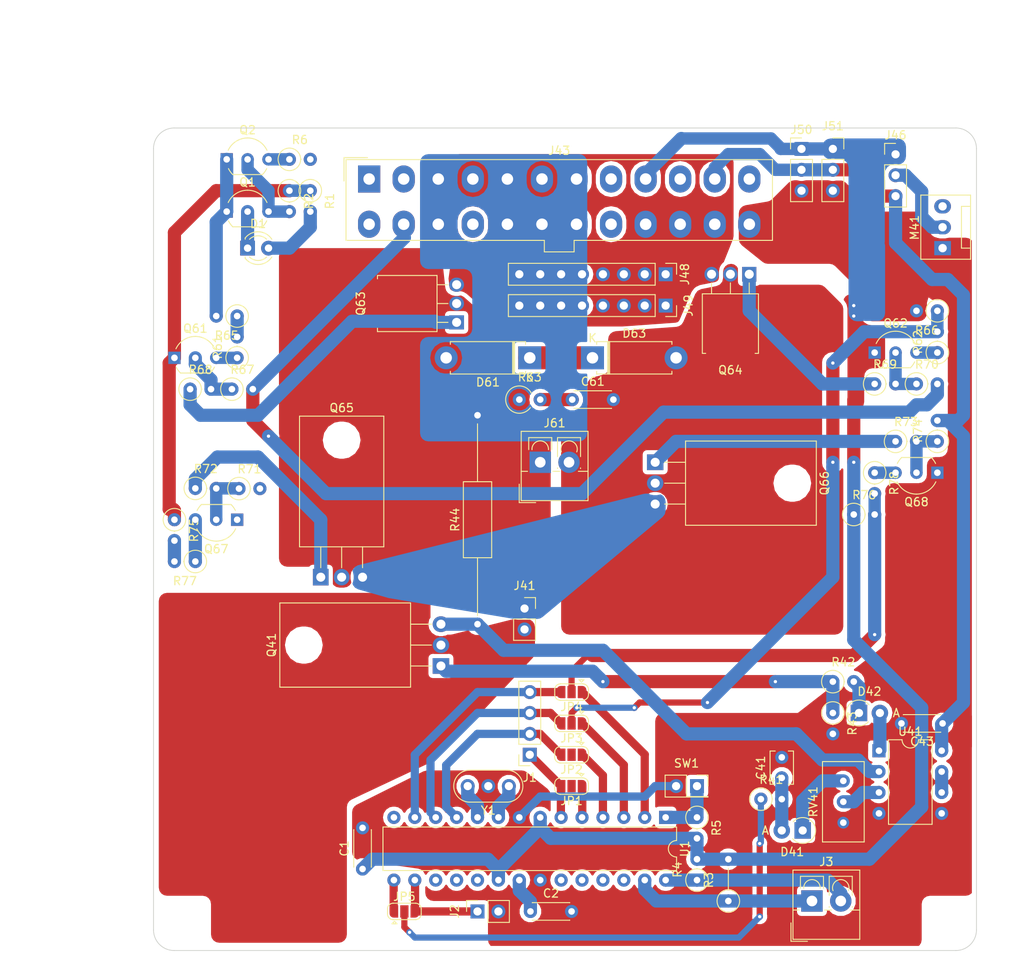
<source format=kicad_pcb>
(kicad_pcb (version 20171130) (host pcbnew "(5.0.0-3-g5ebb6b6)")
  (layers (0 F.Cu signal) (31 B.Cu signal) (34 B.Paste user) (35 F.Paste user) (36 B.SilkS user) (37 F.SilkS user) (38 B.Mask user) (39 F.Mask user) (44 Edge.Cuts user))
  (net 0 "")
  (net 1 GND)
  (net 2 +5VD)
  (net 3 "Net-(C2-Pad1)")
  (net 4 "Net-(C41-Pad1)")
  (net 5 +12V)
  (net 6 /Driver/Motor_~A~)
  (net 7 "Net-(C61-Pad1)")
  (net 8 "Net-(D1-Pad1)")
  (net 9 "Net-(D1-Pad2)")
  (net 10 "Net-(D41-Pad1)")
  (net 11 "Net-(D42-Pad2)")
  (net 12 "Net-(D42-Pad1)")
  (net 13 "Net-(D61-Pad1)")
  (net 14 /Driver/Motor_A)
  (net 15 /Gate_A_NEG_N)
  (net 16 /Gate_A_NEG_P)
  (net 17 /Gate_A_POS_N)
  (net 18 /Gate_A_POS_P)
  (net 19 /Gate_B_POS_P)
  (net 20 /Gate_B_POS_N)
  (net 21 /Gate_B_NEG_P)
  (net 22 /Gate_B_NEG_N)
  (net 23 +5V)
  (net 24 /PWR_OK)
  (net 25 -12V)
  (net 26 /~PS_ON~)
  (net 27 "Net-(J46-Pad2)")
  (net 28 "Net-(Q1-Pad3)")
  (net 29 "Net-(Q2-Pad3)")
  (net 30 "Net-(Q41-Pad1)")
  (net 31 "Net-(Q61-Pad3)")
  (net 32 "Net-(Q61-Pad2)")
  (net 33 "Net-(Q62-Pad2)")
  (net 34 "Net-(Q62-Pad3)")
  (net 35 "Net-(Q63-Pad1)")
  (net 36 "Net-(Q64-Pad1)")
  (net 37 "Net-(Q65-Pad1)")
  (net 38 "Net-(Q66-Pad1)")
  (net 39 "Net-(Q67-Pad2)")
  (net 40 "Net-(Q67-Pad3)")
  (net 41 "Net-(Q68-Pad3)")
  (net 42 "Net-(Q68-Pad2)")
  (net 43 /SDA)
  (net 44 /SCL)
  (net 45 "Net-(R5-Pad1)")
  (net 46 /PWM_A)
  (net 47 /PWM_B)
  (net 48 "Net-(RV41-Pad2)")
  (net 49 "Net-(U1-Pad9)")
  (net 50 "Net-(U1-Pad10)")
  (net 51 /Driver/V-)
  (net 52 /Gate_POS_P)
  (net 53 /Gate_POS_N)
  (net 54 /Gate_NEG_P)
  (net 55 /Gate_NEG_N)
  (net 56 /PWM)
  (net 57 "Net-(U41-Pad6)")
  (net 58 "Net-(J41-Pad2)")
  (net 59 "Net-(Q41-Pad3)")
  (module Package_DIP:DIP-8_W7.62mm (layer F.Cu) (at 138.952239 126.508191)
    (fp_text reference U41 (at 3.81 -2.33) (layer F.SilkS))
    (fp_text value LM358)
    (pad 1 thru_hole rect (at 0 0) (size 1.6 1.6) (drill 0.8) (layers *.Cu *.Mask) (net 11 "Net-(D42-Pad2)"))
    (pad 5 thru_hole oval (at 7.62 7.62) (size 1.6 1.6) (drill 0.8) (layers *.Cu *.Mask) (net 1 GND))
    (pad 2 thru_hole oval (at 0 2.54) (size 1.6 1.6) (drill 0.8) (layers *.Cu *.Mask) (net 59 "Net-(Q41-Pad3)"))
    (pad 6 thru_hole oval (at 7.62 5.08) (size 1.6 1.6) (drill 0.8) (layers *.Cu *.Mask) (net 57 "Net-(U41-Pad6)"))
    (pad 3 thru_hole oval (at 0 5.08) (size 1.6 1.6) (drill 0.8) (layers *.Cu *.Mask) (net 48 "Net-(RV41-Pad2)"))
    (pad 7 thru_hole oval (at 7.62 2.54) (size 1.6 1.6) (drill 0.8) (layers *.Cu *.Mask) (net 57 "Net-(U41-Pad6)"))
    (pad 4 thru_hole oval (at 0 7.62) (size 1.6 1.6) (drill 0.8) (layers *.Cu *.Mask) (net 1 GND))
    (pad 8 thru_hole oval (at 7.62 0) (size 1.6 1.6) (drill 0.8) (layers *.Cu *.Mask) (net 5 +12V))
  )
  (module Capacitor_THT:C_Disc_D4.3mm_W1.9mm_P5.00mm (layer F.Cu) (at 146.685 123.19 180)
    (fp_text reference C43 (at 2.5 -2.2 180) (layer F.SilkS))
    (fp_text value 10u)
    (pad 1 thru_hole circle (at 0 0 180) (size 1.6 1.6) (drill 0.8) (layers *.Cu *.Mask) (net 5 +12V))
    (pad 2 thru_hole circle (at 5 0 180) (size 1.6 1.6) (drill 0.8) (layers *.Cu *.Mask) (net 1 GND))
  )
  (module MountingHole_Mask:MountingHole_M3_Mask (layer F.Cu) (at 147.8 147.8)
    (fp_text reference REF** hide)
    (fp_text value MountingHole_M3_Mask)
    (pad "" np_thru_hole circle (at 0 0) (size 3.2 3.2) (drill 3.2) (layers *.Cu *.Mask))
  )
  (module MountingHole_Mask:MountingHole_M3_Mask (layer F.Cu) (at 53.8 147.8)
    (fp_text reference REF** hide)
    (fp_text value MountingHole_M3_Mask)
    (pad "" np_thru_hole circle (at 0 0) (size 3.2 3.2) (drill 3.2) (layers *.Cu *.Mask))
  )
  (module MountingHole_Mask:MountingHole_M3_Mask (layer F.Cu) (at 147.8 53.8)
    (fp_text reference REF** hide)
    (fp_text value MountingHole_M3_Mask)
    (pad "" np_thru_hole circle (at 0 0) (size 3.2 3.2) (drill 3.2) (layers *.Cu *.Mask))
  )
  (module MountingHole_Mask:MountingHole_M3_Mask (layer F.Cu) (at 53.8 53.8)
    (fp_text reference REF** hide)
    (fp_text value MountingHole_M3_Mask)
    (pad "" np_thru_hole circle (at 0 0) (size 3.2 3.2) (drill 3.2) (layers *.Cu *.Mask))
  )
  (module Capacitor_THT:C_Disc_D4.3mm_W1.9mm_P5.00mm (layer F.Cu) (at 76.2 140.89 90)
    (fp_text reference C1 (at 2.5 -2.2 90) (layer F.SilkS))
    (fp_text value 10u)
    (pad 2 thru_hole circle (at 5 0 90) (size 1.6 1.6) (drill 0.8) (layers *.Cu *.Mask) (net 1 GND))
    (pad 1 thru_hole circle (at 0 0 90) (size 1.6 1.6) (drill 0.8) (layers *.Cu *.Mask) (net 2 +5VD))
  )
  (module Capacitor_THT:C_Disc_D4.3mm_W1.9mm_P5.00mm (layer F.Cu) (at 96.6 146.05)
    (fp_text reference C2 (at 2.5 -2.2) (layer F.SilkS))
    (fp_text value 10u)
    (pad 1 thru_hole circle (at 0 0) (size 1.6 1.6) (drill 0.8) (layers *.Cu *.Mask) (net 3 "Net-(C2-Pad1)"))
    (pad 2 thru_hole circle (at 5 0) (size 1.6 1.6) (drill 0.8) (layers *.Cu *.Mask) (net 1 GND))
  )
  (module Capacitor_THT:C_Disc_D3.8mm_W2.6mm_P2.50mm (layer F.Cu) (at 127.143006 129.815938 90)
    (fp_text reference C41 (at 1.25 -2.55 90) (layer F.SilkS))
    (fp_text value 1u)
    (pad 1 thru_hole circle (at 0 0 90) (size 1.6 1.6) (drill 0.8) (layers *.Cu *.Mask) (net 4 "Net-(C41-Pad1)"))
    (pad 2 thru_hole circle (at 2.5 0 90) (size 1.6 1.6) (drill 0.8) (layers *.Cu *.Mask) (net 1 GND))
  )
  (module Capacitor_THT:C_Disc_D4.3mm_W1.9mm_P5.00mm (layer F.Cu) (at 101.68 83.82)
    (fp_text reference C61 (at 2.5 -2.2) (layer F.SilkS))
    (fp_text value C_snub_A)
    (pad 2 thru_hole circle (at 5 0) (size 1.6 1.6) (drill 0.8) (layers *.Cu *.Mask) (net 6 /Driver/Motor_~A~))
    (pad 1 thru_hole circle (at 0 0) (size 1.6 1.6) (drill 0.8) (layers *.Cu *.Mask) (net 7 "Net-(C61-Pad1)"))
  )
  (module LED_THT:LED_D3.0mm (layer F.Cu) (at 62.23 65.405)
    (fp_text reference D1 (at 1.27 -2.96) (layer F.SilkS))
    (fp_text value Power_NG)
    (pad 1 thru_hole rect (at 0 0) (size 1.8 1.8) (drill 0.9) (layers *.Cu *.Mask) (net 8 "Net-(D1-Pad1)"))
    (pad 2 thru_hole circle (at 2.54 0) (size 1.8 1.8) (drill 0.9) (layers *.Cu *.Mask) (net 9 "Net-(D1-Pad2)"))
  )
  (module Diode_THT:D_T-1_P2.54mm_Vertical_AnodeUp (layer F.Cu) (at 129.683006 136.205938 180)
    (fp_text reference D41 (at 1.27 -2.609214 180) (layer F.SilkS))
    (fp_text value 1V0)
    (fp_text user A (at 4.54 0 180) (layer F.SilkS))
    (pad 2 thru_hole oval (at 2.54 0 180) (size 2 2) (drill 1) (layers *.Cu *.Mask) (net 4 "Net-(C41-Pad1)"))
    (pad 1 thru_hole rect (at 0 0 180) (size 2 2) (drill 1) (layers *.Cu *.Mask) (net 10 "Net-(D41-Pad1)"))
  )
  (module Diode_THT:D_T-1_P2.54mm_Vertical_AnodeUp (layer F.Cu) (at 136.525 121.92)
    (fp_text reference D42 (at 1.27 -2.609214) (layer F.SilkS))
    (fp_text value 1V0)
    (fp_text user A (at 4.54 0) (layer F.SilkS))
    (pad 2 thru_hole oval (at 2.54 0) (size 2 2) (drill 1) (layers *.Cu *.Mask) (net 11 "Net-(D42-Pad2)"))
    (pad 1 thru_hole rect (at 0 0) (size 2 2) (drill 1) (layers *.Cu *.Mask) (net 12 "Net-(D42-Pad1)"))
  )
  (module Connector_PinSocket_2.54mm:PinSocket_1x02_P2.54mm_Vertical (layer F.Cu) (at 95.885 109.22)
    (fp_text reference J41 (at 0 -2.77) (layer F.SilkS))
    (fp_text value Jump_ID_A)
    (pad 2 thru_hole oval (at 0 2.54) (size 1.7 1.7) (drill 1) (layers *.Cu *.Mask) (net 58 "Net-(J41-Pad2)"))
    (pad 1 thru_hole rect (at 0 0) (size 1.7 1.7) (drill 1) (layers *.Cu *.Mask) (net 51 /Driver/V-))
  )
  (module Connector_Molex:Molex_Mini-Fit_Jr_5566-24A_2x12_P4.20mm_Vertical (layer F.Cu) (at 77 57)
    (fp_text reference J43 (at 23.1 -3.45) (layer F.SilkS))
    (fp_text value ATX_power)
    (pad 1 thru_hole rect (at 0 0) (size 2.7 3.3) (drill 1.4) (layers *.Cu *.Mask))
    (pad 2 thru_hole oval (at 4.2 0) (size 2.7 3.3) (drill 1.4) (layers *.Cu *.Mask))
    (pad 3 thru_hole oval (at 8.4 0) (size 2.7 3.3) (drill 1.4) (layers *.Cu *.Mask) (net 1 GND))
    (pad 4 thru_hole oval (at 12.6 0) (size 2.7 3.3) (drill 1.4) (layers *.Cu *.Mask) (net 23 +5V))
    (pad 5 thru_hole oval (at 16.8 0) (size 2.7 3.3) (drill 1.4) (layers *.Cu *.Mask) (net 1 GND))
    (pad 6 thru_hole oval (at 21 0) (size 2.7 3.3) (drill 1.4) (layers *.Cu *.Mask) (net 23 +5V))
    (pad 7 thru_hole oval (at 25.2 0) (size 2.7 3.3) (drill 1.4) (layers *.Cu *.Mask) (net 1 GND))
    (pad 8 thru_hole oval (at 29.4 0) (size 2.7 3.3) (drill 1.4) (layers *.Cu *.Mask) (net 24 /PWR_OK))
    (pad 9 thru_hole oval (at 33.6 0) (size 2.7 3.3) (drill 1.4) (layers *.Cu *.Mask) (net 2 +5VD))
    (pad 10 thru_hole oval (at 37.8 0) (size 2.7 3.3) (drill 1.4) (layers *.Cu *.Mask) (net 5 +12V))
    (pad 11 thru_hole oval (at 42 0) (size 2.7 3.3) (drill 1.4) (layers *.Cu *.Mask) (net 5 +12V))
    (pad 12 thru_hole oval (at 46.2 0) (size 2.7 3.3) (drill 1.4) (layers *.Cu *.Mask))
    (pad 13 thru_hole oval (at 0 5.5) (size 2.7 3.3) (drill 1.4) (layers *.Cu *.Mask))
    (pad 14 thru_hole oval (at 4.2 5.5) (size 2.7 3.3) (drill 1.4) (layers *.Cu *.Mask) (net 25 -12V))
    (pad 15 thru_hole oval (at 8.4 5.5) (size 2.7 3.3) (drill 1.4) (layers *.Cu *.Mask) (net 1 GND))
    (pad 16 thru_hole oval (at 12.6 5.5) (size 2.7 3.3) (drill 1.4) (layers *.Cu *.Mask) (net 26 /~PS_ON~))
    (pad 17 thru_hole oval (at 16.8 5.5) (size 2.7 3.3) (drill 1.4) (layers *.Cu *.Mask) (net 1 GND))
    (pad 18 thru_hole oval (at 21 5.5) (size 2.7 3.3) (drill 1.4) (layers *.Cu *.Mask) (net 1 GND))
    (pad 19 thru_hole oval (at 25.2 5.5) (size 2.7 3.3) (drill 1.4) (layers *.Cu *.Mask) (net 1 GND))
    (pad 20 thru_hole oval (at 29.4 5.5) (size 2.7 3.3) (drill 1.4) (layers *.Cu *.Mask))
    (pad 21 thru_hole oval (at 33.6 5.5) (size 2.7 3.3) (drill 1.4) (layers *.Cu *.Mask) (net 23 +5V))
    (pad 22 thru_hole oval (at 37.8 5.5) (size 2.7 3.3) (drill 1.4) (layers *.Cu *.Mask) (net 23 +5V))
    (pad 23 thru_hole oval (at 42 5.5) (size 2.7 3.3) (drill 1.4) (layers *.Cu *.Mask) (net 23 +5V))
    (pad 24 thru_hole oval (at 46.2 5.5) (size 2.7 3.3) (drill 1.4) (layers *.Cu *.Mask) (net 1 GND))
  )
  (module Connector_PinHeader_2.54mm:PinHeader_1x03_P2.54mm_Vertical (layer F.Cu) (at 140.97 54)
    (fp_text reference J46 (at 0 -2.33) (layer F.SilkS))
    (fp_text value Fan_vol_sel)
    (pad 1 thru_hole rect (at 0 0) (size 1.7 1.7) (drill 1) (layers *.Cu *.Mask) (net 2 +5VD))
    (pad 2 thru_hole oval (at 0 2.54) (size 1.7 1.7) (drill 1) (layers *.Cu *.Mask) (net 27 "Net-(J46-Pad2)"))
    (pad 3 thru_hole oval (at 0 5.08) (size 1.7 1.7) (drill 1) (layers *.Cu *.Mask) (net 5 +12V))
  )
  (module TerminalBlock_4Ucon:TerminalBlock_4Ucon_1x02_P3.50mm_Vertical (layer F.Cu) (at 97.79 91.44)
    (fp_text reference J61 (at 1.75 -4.76) (layer F.SilkS))
    (fp_text value Motor_A)
    (pad 1 thru_hole rect (at 0 0) (size 2.6 2.6) (drill 1.3) (layers *.Cu *.Mask) (net 14 /Driver/Motor_A))
    (pad 2 thru_hole circle (at 3.5 0) (size 2.6 2.6) (drill 1.3) (layers *.Cu *.Mask) (net 6 /Driver/Motor_~A~))
  )
  (module Connector:FanPinHeader_1x03_P2.54mm_Vertical (layer F.Cu) (at 146.685 65.405 90)
    (fp_text reference M41 (at 2.5 -3.4 90) (layer F.SilkS))
    (fp_text value Fan_FET)
    (pad 3 thru_hole oval (at 5.08 0 180) (size 2.03 1.73) (drill 1.02) (layers *.Cu *.Mask))
    (pad 2 thru_hole oval (at 2.54 0 180) (size 2.03 1.73) (drill 1.02) (layers *.Cu *.Mask) (net 27 "Net-(J46-Pad2)"))
    (pad 1 thru_hole rect (at 0 0 180) (size 2.03 1.73) (drill 1.02) (layers *.Cu *.Mask) (net 1 GND))
  )
  (module Package_TO_SOT_THT:TO-92_Inline_Wide (layer F.Cu) (at 59.69 60.96)
    (fp_text reference Q1 (at 2.54 -3.56) (layer F.SilkS))
    (fp_text value 2SC1815)
    (pad 2 thru_hole circle (at 2.54 0 90) (size 1.5 1.5) (drill 0.8) (layers *.Cu *.Mask) (net 8 "Net-(D1-Pad1)"))
    (pad 3 thru_hole circle (at 5.08 0 90) (size 1.5 1.5) (drill 0.8) (layers *.Cu *.Mask) (net 28 "Net-(Q1-Pad3)"))
    (pad 1 thru_hole rect (at 0 0 90) (size 1.5 1.5) (drill 0.8) (layers *.Cu *.Mask) (net 1 GND))
  )
  (module Package_TO_SOT_THT:TO-92_Inline_Wide (layer F.Cu) (at 59.69 54.61)
    (fp_text reference Q2 (at 2.54 -3.56) (layer F.SilkS))
    (fp_text value 2SC1815)
    (pad 1 thru_hole rect (at 0 0 90) (size 1.5 1.5) (drill 0.8) (layers *.Cu *.Mask) (net 1 GND))
    (pad 3 thru_hole circle (at 5.08 0 90) (size 1.5 1.5) (drill 0.8) (layers *.Cu *.Mask) (net 29 "Net-(Q2-Pad3)"))
    (pad 2 thru_hole circle (at 2.54 0 90) (size 1.5 1.5) (drill 0.8) (layers *.Cu *.Mask) (net 28 "Net-(Q1-Pad3)"))
  )
  (module Package_TO_SOT_THT:TO-92_Inline_Wide (layer F.Cu) (at 53.34 78.74)
    (fp_text reference Q61 (at 2.54 -3.56) (layer F.SilkS))
    (fp_text value 2SA1015)
    (pad 1 thru_hole rect (at 0 0 90) (size 1.5 1.5) (drill 0.8) (layers *.Cu *.Mask) (net 2 +5VD))
    (pad 3 thru_hole circle (at 5.08 0 90) (size 1.5 1.5) (drill 0.8) (layers *.Cu *.Mask) (net 31 "Net-(Q61-Pad3)"))
    (pad 2 thru_hole circle (at 2.54 0 90) (size 1.5 1.5) (drill 0.8) (layers *.Cu *.Mask) (net 32 "Net-(Q61-Pad2)"))
  )
  (module Package_TO_SOT_THT:TO-92_Inline_Wide (layer F.Cu) (at 138.43 78.105)
    (fp_text reference Q62 (at 2.54 -3.56) (layer F.SilkS))
    (fp_text value 2SA1015)
    (pad 2 thru_hole circle (at 2.54 0 90) (size 1.5 1.5) (drill 0.8) (layers *.Cu *.Mask) (net 33 "Net-(Q62-Pad2)"))
    (pad 3 thru_hole circle (at 5.08 0 90) (size 1.5 1.5) (drill 0.8) (layers *.Cu *.Mask) (net 34 "Net-(Q62-Pad3)"))
    (pad 1 thru_hole rect (at 0 0 90) (size 1.5 1.5) (drill 0.8) (layers *.Cu *.Mask) (net 2 +5VD))
  )
  (module Package_TO_SOT_THT:TO-92_Inline_Wide (layer F.Cu) (at 60.96 98.425 180)
    (fp_text reference Q67 (at 2.54 -3.56 180) (layer F.SilkS))
    (fp_text value 2SC1815)
    (pad 2 thru_hole circle (at 2.54 0 270) (size 1.5 1.5) (drill 0.8) (layers *.Cu *.Mask) (net 39 "Net-(Q67-Pad2)"))
    (pad 3 thru_hole circle (at 5.08 0 270) (size 1.5 1.5) (drill 0.8) (layers *.Cu *.Mask) (net 40 "Net-(Q67-Pad3)"))
    (pad 1 thru_hole rect (at 0 0 270) (size 1.5 1.5) (drill 0.8) (layers *.Cu *.Mask) (net 1 GND))
  )
  (module Package_TO_SOT_THT:TO-92_Inline_Wide (layer F.Cu) (at 146.05 92.71 180)
    (fp_text reference Q68 (at 2.54 -3.56 180) (layer F.SilkS))
    (fp_text value 2SC1815)
    (pad 1 thru_hole rect (at 0 0 270) (size 1.5 1.5) (drill 0.8) (layers *.Cu *.Mask) (net 1 GND))
    (pad 3 thru_hole circle (at 5.08 0 270) (size 1.5 1.5) (drill 0.8) (layers *.Cu *.Mask) (net 41 "Net-(Q68-Pad3)"))
    (pad 2 thru_hole circle (at 2.54 0 270) (size 1.5 1.5) (drill 0.8) (layers *.Cu *.Mask) (net 42 "Net-(Q68-Pad2)"))
  )
  (module Resistor_THT:R_Axial_DIN0207_L6.3mm_D2.5mm_P2.54mm_Vertical (layer F.Cu) (at 69.85 58.42 270)
    (fp_text reference R1 (at 1.27 -2.37 270) (layer F.SilkS))
    (fp_text value 6k8)
    (pad 1 thru_hole circle (at 0 0 270) (size 1.6 1.6) (drill 0.8) (layers *.Cu *.Mask) (net 2 +5VD))
    (pad 2 thru_hole oval (at 2.54 0 270) (size 1.6 1.6) (drill 0.8) (layers *.Cu *.Mask) (net 9 "Net-(D1-Pad2)"))
  )
  (module Resistor_THT:R_Axial_DIN0207_L6.3mm_D2.5mm_P2.54mm_Vertical (layer F.Cu) (at 67.31 58.42 270)
    (fp_text reference R2 (at 1.27 -2.37 270) (layer F.SilkS))
    (fp_text value 6k8)
    (pad 1 thru_hole circle (at 0 0 270) (size 1.6 1.6) (drill 0.8) (layers *.Cu *.Mask) (net 2 +5VD))
    (pad 2 thru_hole oval (at 2.54 0 270) (size 1.6 1.6) (drill 0.8) (layers *.Cu *.Mask) (net 28 "Net-(Q1-Pad3)"))
  )
  (module Resistor_THT:R_Axial_DIN0207_L6.3mm_D2.5mm_P2.54mm_Vertical (layer F.Cu) (at 116.84 142.24 90)
    (fp_text reference R4 (at 1.27 -2.37 90) (layer F.SilkS))
    (fp_text value 10k)
    (pad 1 thru_hole circle (at 0 0 90) (size 1.6 1.6) (drill 0.8) (layers *.Cu *.Mask) (net 44 /SCL))
    (pad 2 thru_hole oval (at 2.54 0 90) (size 1.6 1.6) (drill 0.8) (layers *.Cu *.Mask) (net 2 +5VD))
  )
  (module Resistor_THT:R_Axial_DIN0207_L6.3mm_D2.5mm_P2.54mm_Vertical (layer F.Cu) (at 116.84 134.62 270)
    (fp_text reference R5 (at 1.27 -2.37 270) (layer F.SilkS))
    (fp_text value 10k)
    (pad 2 thru_hole oval (at 2.54 0 270) (size 1.6 1.6) (drill 0.8) (layers *.Cu *.Mask) (net 2 +5VD))
    (pad 1 thru_hole circle (at 0 0 270) (size 1.6 1.6) (drill 0.8) (layers *.Cu *.Mask) (net 45 "Net-(R5-Pad1)"))
  )
  (module Resistor_THT:R_Axial_DIN0207_L6.3mm_D2.5mm_P2.54mm_Vertical (layer F.Cu) (at 67.31 54.61)
    (fp_text reference R6 (at 1.27 -2.37) (layer F.SilkS))
    (fp_text value 6k8)
    (pad 1 thru_hole circle (at 0 0) (size 1.6 1.6) (drill 0.8) (layers *.Cu *.Mask) (net 29 "Net-(Q2-Pad3)"))
    (pad 2 thru_hole oval (at 2.54 0) (size 1.6 1.6) (drill 0.8) (layers *.Cu *.Mask) (net 24 /PWR_OK))
  )
  (module Resistor_THT:R_Axial_DIN0207_L6.3mm_D2.5mm_P2.54mm_Vertical (layer F.Cu) (at 124.603006 132.395938)
    (fp_text reference R41 (at 1.27 -2.37) (layer F.SilkS))
    (fp_text value 10k)
    (pad 2 thru_hole oval (at 2.54 0) (size 1.6 1.6) (drill 0.8) (layers *.Cu *.Mask) (net 4 "Net-(C41-Pad1)"))
    (pad 1 thru_hole circle (at 0 0) (size 1.6 1.6) (drill 0.8) (layers *.Cu *.Mask) (net 56 /PWM))
  )
  (module Resistor_THT:R_Axial_DIN0207_L6.3mm_D2.5mm_P2.54mm_Vertical (layer F.Cu) (at 133.35 118.11)
    (fp_text reference R42 (at 1.27 -2.37) (layer F.SilkS))
    (fp_text value 150)
    (pad 2 thru_hole oval (at 2.54 0) (size 1.6 1.6) (drill 0.8) (layers *.Cu *.Mask) (net 12 "Net-(D42-Pad1)"))
    (pad 1 thru_hole circle (at 0 0) (size 1.6 1.6) (drill 0.8) (layers *.Cu *.Mask) (net 30 "Net-(Q41-Pad1)"))
  )
  (module Resistor_THT:R_Axial_DIN0207_L6.3mm_D2.5mm_P2.54mm_Vertical (layer F.Cu) (at 133.35 121.92 270)
    (fp_text reference R43 (at 1.27 -2.37 270) (layer F.SilkS))
    (fp_text value 47k)
    (pad 2 thru_hole oval (at 2.54 0 270) (size 1.6 1.6) (drill 0.8) (layers *.Cu *.Mask) (net 1 GND))
    (pad 1 thru_hole circle (at 0 0 270) (size 1.6 1.6) (drill 0.8) (layers *.Cu *.Mask) (net 30 "Net-(Q41-Pad1)"))
  )
  (module Resistor_THT:R_Axial_DIN0207_L6.3mm_D2.5mm_P2.54mm_Vertical (layer F.Cu) (at 60.96 78.74 90)
    (fp_text reference R61 (at 1.27 -2.37 90) (layer F.SilkS))
    (fp_text value 1k)
    (pad 2 thru_hole oval (at 2.54 0 90) (size 1.6 1.6) (drill 0.8) (layers *.Cu *.Mask) (net 52 /Gate_POS_P))
    (pad 1 thru_hole circle (at 0 0 90) (size 1.6 1.6) (drill 0.8) (layers *.Cu *.Mask) (net 31 "Net-(Q61-Pad3)"))
  )
  (module Resistor_THT:R_Axial_DIN0207_L6.3mm_D2.5mm_P2.54mm_Vertical (layer F.Cu) (at 146.05 78.105 90)
    (fp_text reference R62 (at 1.27 -2.37 90) (layer F.SilkS))
    (fp_text value 1k)
    (pad 1 thru_hole circle (at 0 0 90) (size 1.6 1.6) (drill 0.8) (layers *.Cu *.Mask) (net 34 "Net-(Q62-Pad3)"))
    (pad 2 thru_hole oval (at 2.54 0 90) (size 1.6 1.6) (drill 0.8) (layers *.Cu *.Mask) (net 54 /Gate_NEG_P))
  )
  (module Resistor_THT:R_Axial_DIN0309_L9.0mm_D3.2mm_P2.54mm_Vertical (layer F.Cu) (at 95.25 83.82)
    (fp_text reference R63 (at 1.27 -2.72) (layer F.SilkS))
    (fp_text value R_snub_A)
    (pad 2 thru_hole oval (at 2.54 0) (size 1.6 1.6) (drill 0.8) (layers *.Cu *.Mask) (net 7 "Net-(C61-Pad1)"))
    (pad 1 thru_hole circle (at 0 0) (size 1.6 1.6) (drill 0.8) (layers *.Cu *.Mask) (net 14 /Driver/Motor_A))
  )
  (module Resistor_THT:R_Axial_DIN0207_L6.3mm_D2.5mm_P2.54mm_Vertical (layer F.Cu) (at 60.96 73.66 180)
    (fp_text reference R65 (at 1.27 -2.37 180) (layer F.SilkS))
    (fp_text value 47k)
    (pad 1 thru_hole circle (at 0 0 180) (size 1.6 1.6) (drill 0.8) (layers *.Cu *.Mask) (net 52 /Gate_POS_P))
    (pad 2 thru_hole oval (at 2.54 0 180) (size 1.6 1.6) (drill 0.8) (layers *.Cu *.Mask) (net 1 GND))
  )
  (module Resistor_THT:R_Axial_DIN0207_L6.3mm_D2.5mm_P2.54mm_Vertical (layer F.Cu) (at 146.05 73.025 180)
    (fp_text reference R66 (at 1.27 -2.37 180) (layer F.SilkS))
    (fp_text value 47k)
    (pad 1 thru_hole circle (at 0 0 180) (size 1.6 1.6) (drill 0.8) (layers *.Cu *.Mask) (net 54 /Gate_NEG_P))
    (pad 2 thru_hole oval (at 2.54 0 180) (size 1.6 1.6) (drill 0.8) (layers *.Cu *.Mask) (net 1 GND))
  )
  (module Resistor_THT:R_Axial_DIN0207_L6.3mm_D2.5mm_P2.54mm_Vertical (layer F.Cu) (at 60.325 82.55)
    (fp_text reference R67 (at 1.27 -2.37) (layer F.SilkS))
    (fp_text value 10k)
    (pad 1 thru_hole circle (at 0 0) (size 1.6 1.6) (drill 0.8) (layers *.Cu *.Mask) (net 32 "Net-(Q61-Pad2)"))
    (pad 2 thru_hole oval (at 2.54 0) (size 1.6 1.6) (drill 0.8) (layers *.Cu *.Mask) (net 25 -12V))
  )
  (module Resistor_THT:R_Axial_DIN0207_L6.3mm_D2.5mm_P2.54mm_Vertical (layer F.Cu) (at 55.245 82.55)
    (fp_text reference R68 (at 1.27 -2.37) (layer F.SilkS))
    (fp_text value 10k)
    (pad 1 thru_hole circle (at 0 0) (size 1.6 1.6) (drill 0.8) (layers *.Cu *.Mask) (net 35 "Net-(Q63-Pad1)"))
    (pad 2 thru_hole oval (at 2.54 0) (size 1.6 1.6) (drill 0.8) (layers *.Cu *.Mask) (net 32 "Net-(Q61-Pad2)"))
  )
  (module Resistor_THT:R_Axial_DIN0207_L6.3mm_D2.5mm_P2.54mm_Vertical (layer F.Cu) (at 138.43 81.915)
    (fp_text reference R69 (at 1.27 -2.37) (layer F.SilkS))
    (fp_text value 10k)
    (pad 1 thru_hole circle (at 0 0) (size 1.6 1.6) (drill 0.8) (layers *.Cu *.Mask) (net 36 "Net-(Q64-Pad1)"))
    (pad 2 thru_hole oval (at 2.54 0) (size 1.6 1.6) (drill 0.8) (layers *.Cu *.Mask) (net 33 "Net-(Q62-Pad2)"))
  )
  (module Resistor_THT:R_Axial_DIN0207_L6.3mm_D2.5mm_P2.54mm_Vertical (layer F.Cu) (at 143.51 81.915)
    (fp_text reference R70 (at 1.27 -2.37) (layer F.SilkS))
    (fp_text value 10k)
    (pad 2 thru_hole oval (at 2.54 0) (size 1.6 1.6) (drill 0.8) (layers *.Cu *.Mask) (net 25 -12V))
    (pad 1 thru_hole circle (at 0 0) (size 1.6 1.6) (drill 0.8) (layers *.Cu *.Mask) (net 33 "Net-(Q62-Pad2)"))
  )
  (module Resistor_THT:R_Axial_DIN0207_L6.3mm_D2.5mm_P2.54mm_Vertical (layer F.Cu) (at 61.1856 94.640674)
    (fp_text reference R71 (at 1.27 -2.37) (layer F.SilkS))
    (fp_text value 10k)
    (pad 2 thru_hole oval (at 2.54 0) (size 1.6 1.6) (drill 0.8) (layers *.Cu *.Mask) (net 5 +12V))
    (pad 1 thru_hole circle (at 0 0) (size 1.6 1.6) (drill 0.8) (layers *.Cu *.Mask) (net 39 "Net-(Q67-Pad2)"))
  )
  (module Resistor_THT:R_Axial_DIN0207_L6.3mm_D2.5mm_P2.54mm_Vertical (layer F.Cu) (at 55.88 94.615)
    (fp_text reference R72 (at 1.27 -2.37) (layer F.SilkS))
    (fp_text value 10k)
    (pad 2 thru_hole oval (at 2.54 0) (size 1.6 1.6) (drill 0.8) (layers *.Cu *.Mask) (net 39 "Net-(Q67-Pad2)"))
    (pad 1 thru_hole circle (at 0 0) (size 1.6 1.6) (drill 0.8) (layers *.Cu *.Mask) (net 37 "Net-(Q65-Pad1)"))
  )
  (module Resistor_THT:R_Axial_DIN0207_L6.3mm_D2.5mm_P2.54mm_Vertical (layer F.Cu) (at 140.97 88.9)
    (fp_text reference R73 (at 1.27 -2.37) (layer F.SilkS))
    (fp_text value 10k)
    (pad 2 thru_hole oval (at 2.54 0) (size 1.6 1.6) (drill 0.8) (layers *.Cu *.Mask) (net 42 "Net-(Q68-Pad2)"))
    (pad 1 thru_hole circle (at 0 0) (size 1.6 1.6) (drill 0.8) (layers *.Cu *.Mask) (net 38 "Net-(Q66-Pad1)"))
  )
  (module Resistor_THT:R_Axial_DIN0207_L6.3mm_D2.5mm_P2.54mm_Vertical (layer F.Cu) (at 146.05 88.9 90)
    (fp_text reference R74 (at 1.27 -2.37 90) (layer F.SilkS))
    (fp_text value 10k)
    (pad 2 thru_hole oval (at 2.54 0 90) (size 1.6 1.6) (drill 0.8) (layers *.Cu *.Mask) (net 5 +12V))
    (pad 1 thru_hole circle (at 0 0 90) (size 1.6 1.6) (drill 0.8) (layers *.Cu *.Mask) (net 42 "Net-(Q68-Pad2)"))
  )
  (module Resistor_THT:R_Axial_DIN0207_L6.3mm_D2.5mm_P2.54mm_Vertical (layer F.Cu) (at 53.34 98.425 270)
    (fp_text reference R75 (at 1.27 -2.37 270) (layer F.SilkS))
    (fp_text value 47k)
    (pad 2 thru_hole oval (at 2.54 0 270) (size 1.6 1.6) (drill 0.8) (layers *.Cu *.Mask) (net 53 /Gate_POS_N))
    (pad 1 thru_hole circle (at 0 0 270) (size 1.6 1.6) (drill 0.8) (layers *.Cu *.Mask) (net 2 +5VD))
  )
  (module Resistor_THT:R_Axial_DIN0207_L6.3mm_D2.5mm_P2.54mm_Vertical (layer F.Cu) (at 135.89 97.79)
    (fp_text reference R76 (at 1.27 -2.37) (layer F.SilkS))
    (fp_text value 47k)
    (pad 2 thru_hole oval (at 2.54 0) (size 1.6 1.6) (drill 0.8) (layers *.Cu *.Mask) (net 55 /Gate_NEG_N))
    (pad 1 thru_hole circle (at 0 0) (size 1.6 1.6) (drill 0.8) (layers *.Cu *.Mask) (net 2 +5VD))
  )
  (module Resistor_THT:R_Axial_DIN0207_L6.3mm_D2.5mm_P2.54mm_Vertical (layer F.Cu) (at 55.88 103.505 180)
    (fp_text reference R77 (at 1.27 -2.37 180) (layer F.SilkS))
    (fp_text value 1k)
    (pad 1 thru_hole circle (at 0 0 180) (size 1.6 1.6) (drill 0.8) (layers *.Cu *.Mask) (net 40 "Net-(Q67-Pad3)"))
    (pad 2 thru_hole oval (at 2.54 0 180) (size 1.6 1.6) (drill 0.8) (layers *.Cu *.Mask) (net 53 /Gate_POS_N))
  )
  (module Resistor_THT:R_Axial_DIN0207_L6.3mm_D2.5mm_P2.54mm_Vertical (layer F.Cu) (at 138.43 92.71 270)
    (fp_text reference R78 (at 1.27 -2.37 270) (layer F.SilkS))
    (fp_text value 1k)
    (pad 1 thru_hole circle (at 0 0 270) (size 1.6 1.6) (drill 0.8) (layers *.Cu *.Mask) (net 41 "Net-(Q68-Pad3)"))
    (pad 2 thru_hole oval (at 2.54 0 270) (size 1.6 1.6) (drill 0.8) (layers *.Cu *.Mask) (net 55 /Gate_NEG_N))
  )
  (module Potentiometer_THT:Potentiometer_Bourns_3296W_Vertical (layer F.Cu) (at 134.62 130.175 90)
    (fp_text reference RV41 (at -2.54 -3.66 90) (layer F.SilkS))
    (fp_text value 10k)
    (pad 1 thru_hole circle (at 0 0 90) (size 1.44 1.44) (drill 0.8) (layers *.Cu *.Mask) (net 10 "Net-(D41-Pad1)"))
    (pad 2 thru_hole circle (at -2.54 0 90) (size 1.44 1.44) (drill 0.8) (layers *.Cu *.Mask) (net 48 "Net-(RV41-Pad2)"))
    (pad 3 thru_hole circle (at -5.08 0 90) (size 1.44 1.44) (drill 0.8) (layers *.Cu *.Mask) (net 1 GND))
  )
  (module Connector_PinSocket_2.54mm:PinSocket_2x01_P2.54mm_Vertical (layer F.Cu) (at 116.84 130.81)
    (fp_text reference SW1 (at -1.27 -2.77) (layer F.SilkS))
    (fp_text value Reset)
    (pad 1 thru_hole rect (at 0 0) (size 1.7 1.7) (drill 1) (layers *.Cu *.Mask) (net 45 "Net-(R5-Pad1)"))
    (pad 2 thru_hole oval (at -2.54 0) (size 1.7 1.7) (drill 1) (layers *.Cu *.Mask) (net 1 GND))
  )
  (module Package_DIP:DIP-28_W7.62mm (layer F.Cu) (at 113.03 134.62 270)
    (fp_text reference U1 (at 3.81 -2.33 270) (layer F.SilkS))
    (fp_text value ATmega328P-PU)
    (pad 1 thru_hole rect (at 0 0 270) (size 1.6 1.6) (drill 0.8) (layers *.Cu *.Mask) (net 45 "Net-(R5-Pad1)"))
    (pad 15 thru_hole oval (at 7.62 33.02 270) (size 1.6 1.6) (drill 0.8) (layers *.Cu *.Mask) (net 46 /PWM_A))
    (pad 2 thru_hole oval (at 0 2.54 270) (size 1.6 1.6) (drill 0.8) (layers *.Cu *.Mask) (net 15 /Gate_A_NEG_N))
    (pad 16 thru_hole oval (at 7.62 30.48 270) (size 1.6 1.6) (drill 0.8) (layers *.Cu *.Mask) (net 47 /PWM_B))
    (pad 3 thru_hole oval (at 0 5.08 270) (size 1.6 1.6) (drill 0.8) (layers *.Cu *.Mask) (net 16 /Gate_A_NEG_P))
    (pad 17 thru_hole oval (at 7.62 27.94 270) (size 1.6 1.6) (drill 0.8) (layers *.Cu *.Mask))
    (pad 4 thru_hole oval (at 0 7.62 270) (size 1.6 1.6) (drill 0.8) (layers *.Cu *.Mask) (net 17 /Gate_A_POS_N))
    (pad 18 thru_hole oval (at 7.62 25.4 270) (size 1.6 1.6) (drill 0.8) (layers *.Cu *.Mask) (net 24 /PWR_OK))
    (pad 5 thru_hole oval (at 0 10.16 270) (size 1.6 1.6) (drill 0.8) (layers *.Cu *.Mask) (net 18 /Gate_A_POS_P))
    (pad 19 thru_hole oval (at 7.62 22.86 270) (size 1.6 1.6) (drill 0.8) (layers *.Cu *.Mask))
    (pad 6 thru_hole oval (at 0 12.7 270) (size 1.6 1.6) (drill 0.8) (layers *.Cu *.Mask) (net 19 /Gate_B_POS_P))
    (pad 20 thru_hole oval (at 7.62 20.32 270) (size 1.6 1.6) (drill 0.8) (layers *.Cu *.Mask) (net 2 +5VD))
    (pad 7 thru_hole oval (at 0 15.24 270) (size 1.6 1.6) (drill 0.8) (layers *.Cu *.Mask) (net 2 +5VD))
    (pad 21 thru_hole oval (at 7.62 17.78 270) (size 1.6 1.6) (drill 0.8) (layers *.Cu *.Mask) (net 3 "Net-(C2-Pad1)"))
    (pad 8 thru_hole oval (at 0 17.78 270) (size 1.6 1.6) (drill 0.8) (layers *.Cu *.Mask) (net 1 GND))
    (pad 22 thru_hole oval (at 7.62 15.24 270) (size 1.6 1.6) (drill 0.8) (layers *.Cu *.Mask) (net 1 GND))
    (pad 9 thru_hole oval (at 0 20.32 270) (size 1.6 1.6) (drill 0.8) (layers *.Cu *.Mask) (net 49 "Net-(U1-Pad9)"))
    (pad 23 thru_hole oval (at 7.62 12.7 270) (size 1.6 1.6) (drill 0.8) (layers *.Cu *.Mask))
    (pad 10 thru_hole oval (at 0 22.86 270) (size 1.6 1.6) (drill 0.8) (layers *.Cu *.Mask) (net 50 "Net-(U1-Pad10)"))
    (pad 24 thru_hole oval (at 7.62 10.16 270) (size 1.6 1.6) (drill 0.8) (layers *.Cu *.Mask))
    (pad 11 thru_hole oval (at 0 25.4 270) (size 1.6 1.6) (drill 0.8) (layers *.Cu *.Mask) (net 20 /Gate_B_POS_N))
    (pad 25 thru_hole oval (at 7.62 7.62 270) (size 1.6 1.6) (drill 0.8) (layers *.Cu *.Mask))
    (pad 12 thru_hole oval (at 0 27.94 270) (size 1.6 1.6) (drill 0.8) (layers *.Cu *.Mask) (net 21 /Gate_B_NEG_P))
    (pad 26 thru_hole oval (at 7.62 5.08 270) (size 1.6 1.6) (drill 0.8) (layers *.Cu *.Mask))
    (pad 13 thru_hole oval (at 0 30.48 270) (size 1.6 1.6) (drill 0.8) (layers *.Cu *.Mask) (net 22 /Gate_B_NEG_N))
    (pad 27 thru_hole oval (at 7.62 2.54 270) (size 1.6 1.6) (drill 0.8) (layers *.Cu *.Mask) (net 43 /SDA))
    (pad 14 thru_hole oval (at 0 33.02 270) (size 1.6 1.6) (drill 0.8) (layers *.Cu *.Mask) (net 26 /~PS_ON~))
    (pad 28 thru_hole oval (at 7.62 0 270) (size 1.6 1.6) (drill 0.8) (layers *.Cu *.Mask) (net 44 /SCL))
  )
  (module Crystal:Resonator-3Pin_W8.0mm_H3.5mm (layer F.Cu) (at 93.98 130.81 180)
    (fp_text reference Y1 (at 2.5 -2.95 180) (layer F.SilkS))
    (fp_text value 16MHz)
    (pad 1 thru_hole circle (at 0 0 180) (size 1.7 1.7) (drill 1) (layers *.Cu *.Mask) (net 49 "Net-(U1-Pad9)"))
    (pad 2 thru_hole circle (at 2.5 0 180) (size 1.7 1.7) (drill 1) (layers *.Cu *.Mask) (net 1 GND))
    (pad 3 thru_hole circle (at 5 0 180) (size 1.7 1.7) (drill 1) (layers *.Cu *.Mask) (net 50 "Net-(U1-Pad10)"))
  )
  (module Connector_PinSocket_2.54mm:PinSocket_1x04_P2.54mm_Vertical (layer F.Cu) (at 96.52 127 180)
    (fp_text reference J1 (at 0 -2.77 180) (layer F.SilkS))
    (fp_text value Gates_B)
    (pad 1 thru_hole rect (at 0 0 180) (size 1.7 1.7) (drill 1) (layers *.Cu *.Mask) (net 19 /Gate_B_POS_P))
    (pad 2 thru_hole oval (at 0 2.54 180) (size 1.7 1.7) (drill 1) (layers *.Cu *.Mask) (net 20 /Gate_B_POS_N))
    (pad 3 thru_hole oval (at 0 5.08 180) (size 1.7 1.7) (drill 1) (layers *.Cu *.Mask) (net 21 /Gate_B_NEG_P))
    (pad 4 thru_hole oval (at 0 7.62 180) (size 1.7 1.7) (drill 1) (layers *.Cu *.Mask) (net 22 /Gate_B_NEG_N))
  )
  (module Connector_PinSocket_2.54mm:PinSocket_1x02_P2.54mm_Vertical (layer F.Cu) (at 90.17 146.05 90)
    (fp_text reference J2 (at 0 -2.77 90) (layer F.SilkS))
    (fp_text value PWM_B)
    (pad 1 thru_hole rect (at 0 0 90) (size 1.7 1.7) (drill 1) (layers *.Cu *.Mask) (net 47 /PWM_B))
    (pad 2 thru_hole oval (at 0 2.54 90) (size 1.7 1.7) (drill 1) (layers *.Cu *.Mask) (net 1 GND))
  )
  (module Connector_PinHeader_2.54mm:PinHeader_1x08_P2.54mm_Vertical (layer F.Cu) (at 113.03 68.58 270)
    (fp_text reference J48 (at 0 -2.33 270) (layer F.SilkS))
    (fp_text value Power_male)
    (pad 1 thru_hole rect (at 0 0 270) (size 1.7 1.7) (drill 1) (layers *.Cu *.Mask) (net 23 +5V))
    (pad 2 thru_hole oval (at 0 2.54 270) (size 1.7 1.7) (drill 1) (layers *.Cu *.Mask) (net 23 +5V))
    (pad 3 thru_hole oval (at 0 5.08 270) (size 1.7 1.7) (drill 1) (layers *.Cu *.Mask) (net 23 +5V))
    (pad 4 thru_hole oval (at 0 7.62 270) (size 1.7 1.7) (drill 1) (layers *.Cu *.Mask) (net 23 +5V))
    (pad 5 thru_hole oval (at 0 10.16 270) (size 1.7 1.7) (drill 1) (layers *.Cu *.Mask) (net 1 GND))
    (pad 6 thru_hole oval (at 0 12.7 270) (size 1.7 1.7) (drill 1) (layers *.Cu *.Mask) (net 1 GND))
    (pad 7 thru_hole oval (at 0 15.24 270) (size 1.7 1.7) (drill 1) (layers *.Cu *.Mask) (net 1 GND))
    (pad 8 thru_hole oval (at 0 17.78 270) (size 1.7 1.7) (drill 1) (layers *.Cu *.Mask) (net 1 GND))
  )
  (module Connector_PinSocket_2.54mm:PinSocket_1x08_P2.54mm_Vertical (layer F.Cu) (at 113.03 72.39 270)
    (fp_text reference J49 (at 0 -2.77 270) (layer F.SilkS))
    (fp_text value Power_female)
    (pad 1 thru_hole rect (at 0 0 270) (size 1.7 1.7) (drill 1) (layers *.Cu *.Mask) (net 23 +5V))
    (pad 2 thru_hole oval (at 0 2.54 270) (size 1.7 1.7) (drill 1) (layers *.Cu *.Mask) (net 23 +5V))
    (pad 3 thru_hole oval (at 0 5.08 270) (size 1.7 1.7) (drill 1) (layers *.Cu *.Mask) (net 23 +5V))
    (pad 4 thru_hole oval (at 0 7.62 270) (size 1.7 1.7) (drill 1) (layers *.Cu *.Mask) (net 23 +5V))
    (pad 5 thru_hole oval (at 0 10.16 270) (size 1.7 1.7) (drill 1) (layers *.Cu *.Mask) (net 1 GND))
    (pad 6 thru_hole oval (at 0 12.7 270) (size 1.7 1.7) (drill 1) (layers *.Cu *.Mask) (net 1 GND))
    (pad 7 thru_hole oval (at 0 15.24 270) (size 1.7 1.7) (drill 1) (layers *.Cu *.Mask) (net 1 GND))
    (pad 8 thru_hole oval (at 0 17.78 270) (size 1.7 1.7) (drill 1) (layers *.Cu *.Mask) (net 1 GND))
  )
  (module Connector_PinHeader_2.54mm:PinHeader_1x03_P2.54mm_Vertical (layer F.Cu) (at 129.54 53.34)
    (fp_text reference J50 (at 0 -2.33) (layer F.SilkS))
    (fp_text value Power_signal_male)
    (pad 1 thru_hole rect (at 0 0) (size 1.7 1.7) (drill 1) (layers *.Cu *.Mask) (net 2 +5VD))
    (pad 2 thru_hole oval (at 0 2.54) (size 1.7 1.7) (drill 1) (layers *.Cu *.Mask) (net 5 +12V))
    (pad 3 thru_hole oval (at 0 5.08) (size 1.7 1.7) (drill 1) (layers *.Cu *.Mask) (net 1 GND))
  )
  (module Connector_PinSocket_2.54mm:PinSocket_1x03_P2.54mm_Vertical (layer F.Cu) (at 133.35 53.34)
    (fp_text reference J51 (at 0 -2.77) (layer F.SilkS))
    (fp_text value Power_signal_female)
    (pad 1 thru_hole rect (at 0 0) (size 1.7 1.7) (drill 1) (layers *.Cu *.Mask) (net 2 +5VD))
    (pad 2 thru_hole oval (at 0 2.54) (size 1.7 1.7) (drill 1) (layers *.Cu *.Mask) (net 5 +12V))
    (pad 3 thru_hole oval (at 0 5.08) (size 1.7 1.7) (drill 1) (layers *.Cu *.Mask) (net 1 GND))
  )
  (module Jumper:SolderJumper-3_P1.3mm_Open_RoundedPad1.0x1.5mm (layer F.Cu) (at 101.6 130.81 180)
    (fp_text reference JP1 (at 0 -1.8 180) (layer F.SilkS))
    (fp_text value Gate_sel_POS_P)
    (pad 1 smd custom (at -1.3 0 180) (size 1 0.5) (layers F.Cu F.Mask) (net 18 /Gate_A_POS_P) (options (clearance outline) (anchor rect)) (primitives (gr_circle (center 0 0.25) (end 0.5 0.25) (width 0)) (gr_circle (center 0 -0.25) (end 0.5 -0.25) (width 0)) (gr_poly (pts (xy 0.55 -0.75) (xy 0 -0.75) (xy 0 0.75) (xy 0.55 0.75)) (width 0))))
    (pad 3 smd custom (at 1.3 0 180) (size 1 0.5) (layers F.Cu F.Mask) (net 19 /Gate_B_POS_P) (options (clearance outline) (anchor rect)) (primitives (gr_circle (center 0 0.25) (end 0.5 0.25) (width 0)) (gr_circle (center 0 -0.25) (end 0.5 -0.25) (width 0)) (gr_poly (pts (xy -0.55 -0.75) (xy 0 -0.75) (xy 0 0.75) (xy -0.55 0.75)) (width 0))))
    (pad 2 smd rect (at 0 0 180) (size 1 1.5) (layers F.Cu F.Mask) (net 52 /Gate_POS_P))
  )
  (module Jumper:SolderJumper-3_P1.3mm_Open_RoundedPad1.0x1.5mm (layer F.Cu) (at 101.6 127 180)
    (fp_text reference JP2 (at 0 -1.8 180) (layer F.SilkS))
    (fp_text value Gate_sel_POS_N)
    (pad 2 smd rect (at 0 0 180) (size 1 1.5) (layers F.Cu F.Mask) (net 53 /Gate_POS_N))
    (pad 3 smd custom (at 1.3 0 180) (size 1 0.5) (layers F.Cu F.Mask) (net 20 /Gate_B_POS_N) (options (clearance outline) (anchor rect)) (primitives (gr_circle (center 0 0.25) (end 0.5 0.25) (width 0)) (gr_circle (center 0 -0.25) (end 0.5 -0.25) (width 0)) (gr_poly (pts (xy -0.55 -0.75) (xy 0 -0.75) (xy 0 0.75) (xy -0.55 0.75)) (width 0))))
    (pad 1 smd custom (at -1.3 0 180) (size 1 0.5) (layers F.Cu F.Mask) (net 17 /Gate_A_POS_N) (options (clearance outline) (anchor rect)) (primitives (gr_circle (center 0 0.25) (end 0.5 0.25) (width 0)) (gr_circle (center 0 -0.25) (end 0.5 -0.25) (width 0)) (gr_poly (pts (xy 0.55 -0.75) (xy 0 -0.75) (xy 0 0.75) (xy 0.55 0.75)) (width 0))))
  )
  (module Jumper:SolderJumper-3_P1.3mm_Open_RoundedPad1.0x1.5mm (layer F.Cu) (at 101.6 123.19 180)
    (fp_text reference JP3 (at 0 -1.8 180) (layer F.SilkS))
    (fp_text value Gate_sel_NEG_P)
    (pad 1 smd custom (at -1.3 0 180) (size 1 0.5) (layers F.Cu F.Mask) (net 16 /Gate_A_NEG_P) (options (clearance outline) (anchor rect)) (primitives (gr_circle (center 0 0.25) (end 0.5 0.25) (width 0)) (gr_circle (center 0 -0.25) (end 0.5 -0.25) (width 0)) (gr_poly (pts (xy 0.55 -0.75) (xy 0 -0.75) (xy 0 0.75) (xy 0.55 0.75)) (width 0))))
    (pad 3 smd custom (at 1.3 0 180) (size 1 0.5) (layers F.Cu F.Mask) (net 21 /Gate_B_NEG_P) (options (clearance outline) (anchor rect)) (primitives (gr_circle (center 0 0.25) (end 0.5 0.25) (width 0)) (gr_circle (center 0 -0.25) (end 0.5 -0.25) (width 0)) (gr_poly (pts (xy -0.55 -0.75) (xy 0 -0.75) (xy 0 0.75) (xy -0.55 0.75)) (width 0))))
    (pad 2 smd rect (at 0 0 180) (size 1 1.5) (layers F.Cu F.Mask) (net 54 /Gate_NEG_P))
  )
  (module Jumper:SolderJumper-3_P1.3mm_Open_RoundedPad1.0x1.5mm (layer F.Cu) (at 101.6 119.38 180)
    (fp_text reference JP4 (at 0 -1.8 180) (layer F.SilkS))
    (fp_text value Gate_sel_NEG_N)
    (pad 2 smd rect (at 0 0 180) (size 1 1.5) (layers F.Cu F.Mask) (net 55 /Gate_NEG_N))
    (pad 3 smd custom (at 1.3 0 180) (size 1 0.5) (layers F.Cu F.Mask) (net 22 /Gate_B_NEG_N) (options (clearance outline) (anchor rect)) (primitives (gr_circle (center 0 0.25) (end 0.5 0.25) (width 0)) (gr_circle (center 0 -0.25) (end 0.5 -0.25) (width 0)) (gr_poly (pts (xy -0.55 -0.75) (xy 0 -0.75) (xy 0 0.75) (xy -0.55 0.75)) (width 0))))
    (pad 1 smd custom (at -1.3 0 180) (size 1 0.5) (layers F.Cu F.Mask) (net 15 /Gate_A_NEG_N) (options (clearance outline) (anchor rect)) (primitives (gr_circle (center 0 0.25) (end 0.5 0.25) (width 0)) (gr_circle (center 0 -0.25) (end 0.5 -0.25) (width 0)) (gr_poly (pts (xy 0.55 -0.75) (xy 0 -0.75) (xy 0 0.75) (xy 0.55 0.75)) (width 0))))
  )
  (module Jumper:SolderJumper-3_P1.3mm_Open_RoundedPad1.0x1.5mm (layer F.Cu) (at 81.28 146.05)
    (fp_text reference JP5 (at 0 -1.8) (layer F.SilkS))
    (fp_text value PWM_sel)
    (pad 1 smd custom (at -1.3 0) (size 1 0.5) (layers F.Cu F.Mask) (net 46 /PWM_A) (options (clearance outline) (anchor rect)) (primitives (gr_circle (center 0 0.25) (end 0.5 0.25) (width 0)) (gr_circle (center 0 -0.25) (end 0.5 -0.25) (width 0)) (gr_poly (pts (xy 0.55 -0.75) (xy 0 -0.75) (xy 0 0.75) (xy 0.55 0.75)) (width 0))))
    (pad 3 smd custom (at 1.3 0) (size 1 0.5) (layers F.Cu F.Mask) (net 47 /PWM_B) (options (clearance outline) (anchor rect)) (primitives (gr_circle (center 0 0.25) (end 0.5 0.25) (width 0)) (gr_circle (center 0 -0.25) (end 0.5 -0.25) (width 0)) (gr_poly (pts (xy -0.55 -0.75) (xy 0 -0.75) (xy 0 0.75) (xy -0.55 0.75)) (width 0))))
    (pad 2 smd rect (at 0 0) (size 1 1.5) (layers F.Cu F.Mask) (net 56 /PWM))
  )
  (module TerminalBlock_4Ucon:TerminalBlock_4Ucon_1x02_P3.50mm_Vertical (layer F.Cu) (at 130.81 144.78)
    (fp_text reference J3 (at 1.75 -4.76) (layer F.SilkS))
    (fp_text value I2C)
    (pad 1 thru_hole rect (at 0 0) (size 2.6 2.6) (drill 1.3) (layers *.Cu *.Mask) (net 43 /SDA))
    (pad 2 thru_hole circle (at 3.5 0) (size 2.6 2.6) (drill 1.3) (layers *.Cu *.Mask) (net 44 /SCL))
  )
  (module Package_TO_SOT_THT:TO-220-3_Horizontal_TabDown (layer F.Cu) (at 85.725 116.205 90)
    (fp_text reference Q41 (at 2.54 -20.58 90) (layer F.SilkS))
    (fp_text value EKI04027)
    (pad "" np_thru_hole oval (at 2.54 -16.66 90) (size 3.5 3.5) (drill 3.5) (layers *.Cu *.Mask))
    (pad 1 thru_hole rect (at 0 0 90) (size 1.905 2) (drill 1.1) (layers *.Cu *.Mask) (net 30 "Net-(Q41-Pad1)"))
    (pad 2 thru_hole oval (at 2.54 0 90) (size 1.905 2) (drill 1.1) (layers *.Cu *.Mask) (net 58 "Net-(J41-Pad2)"))
    (pad 3 thru_hole oval (at 5.08 0 90) (size 1.905 2) (drill 1.1) (layers *.Cu *.Mask) (net 59 "Net-(Q41-Pad3)"))
  )
  (module Package_TO_SOT_THT:TO-251-3-1EP_Horizontal_TabDown (layer F.Cu) (at 87.63 74.43 90)
    (fp_text reference Q63 (at 2.29 -11.653333 90) (layer F.SilkS))
    (fp_text value IRFU5505)
    (pad 4 smd rect (at 2.29 -7.433333 90) (size 5.7 6.2) (layers F.Cu F.Paste F.Mask) (net 14 /Driver/Motor_A))
    (pad 1 thru_hole rect (at 0 0 90) (size 1.7175 1.8) (drill 1.1) (layers *.Cu *.Mask) (net 35 "Net-(Q63-Pad1)"))
    (pad 2 thru_hole oval (at 2.29 0 90) (size 1.7175 1.8) (drill 1.1) (layers *.Cu *.Mask) (net 14 /Driver/Motor_A))
    (pad 3 thru_hole oval (at 4.58 0 90) (size 1.7175 1.8) (drill 1.1) (layers *.Cu *.Mask) (net 23 +5V))
  )
  (module Package_TO_SOT_THT:TO-251-3-1EP_Horizontal_TabDown (layer F.Cu) (at 123.19 68.58 180)
    (fp_text reference Q64 (at 2.29 -11.653333 180) (layer F.SilkS))
    (fp_text value IRFU5505)
    (pad 3 thru_hole oval (at 4.58 0 180) (size 1.7175 1.8) (drill 1.1) (layers *.Cu *.Mask) (net 23 +5V))
    (pad 2 thru_hole oval (at 2.29 0 180) (size 1.7175 1.8) (drill 1.1) (layers *.Cu *.Mask) (net 6 /Driver/Motor_~A~))
    (pad 1 thru_hole rect (at 0 0 180) (size 1.7175 1.8) (drill 1.1) (layers *.Cu *.Mask) (net 36 "Net-(Q64-Pad1)"))
    (pad 4 smd rect (at 2.29 -7.433333 180) (size 5.7 6.2) (layers F.Cu F.Paste F.Mask) (net 6 /Driver/Motor_~A~))
  )
  (module Package_TO_SOT_THT:TO-220-3_Horizontal_TabDown (layer F.Cu) (at 71.12 105.41)
    (fp_text reference Q65 (at 2.54 -20.58) (layer F.SilkS))
    (fp_text value EKI04027)
    (pad "" np_thru_hole oval (at 2.54 -16.66) (size 3.5 3.5) (drill 3.5) (layers *.Cu *.Mask))
    (pad 1 thru_hole rect (at 0 0) (size 1.905 2) (drill 1.1) (layers *.Cu *.Mask) (net 37 "Net-(Q65-Pad1)"))
    (pad 2 thru_hole oval (at 2.54 0) (size 1.905 2) (drill 1.1) (layers *.Cu *.Mask) (net 14 /Driver/Motor_A))
    (pad 3 thru_hole oval (at 5.08 0) (size 1.905 2) (drill 1.1) (layers *.Cu *.Mask) (net 51 /Driver/V-))
  )
  (module Package_TO_SOT_THT:TO-220-3_Horizontal_TabDown (layer F.Cu) (at 111.76 91.44 270)
    (fp_text reference Q66 (at 2.54 -20.58 270) (layer F.SilkS))
    (fp_text value EKI04027)
    (pad 3 thru_hole oval (at 5.08 0 270) (size 1.905 2) (drill 1.1) (layers *.Cu *.Mask) (net 51 /Driver/V-))
    (pad 2 thru_hole oval (at 2.54 0 270) (size 1.905 2) (drill 1.1) (layers *.Cu *.Mask) (net 6 /Driver/Motor_~A~))
    (pad 1 thru_hole rect (at 0 0 270) (size 1.905 2) (drill 1.1) (layers *.Cu *.Mask) (net 38 "Net-(Q66-Pad1)"))
    (pad "" np_thru_hole oval (at 2.54 -16.66 270) (size 3.5 3.5) (drill 3.5) (layers *.Cu *.Mask))
  )
  (module Resistor_THT:R_Axial_DIN0309_L9.0mm_D3.2mm_P25.40mm_Horizontal (layer F.Cu) (at 90.17 111.125 90)
    (fp_text reference R44 (at 12.7 -2.72 90) (layer F.SilkS))
    (fp_text value 0R33)
    (pad 1 thru_hole circle (at 0 0 90) (size 1.6 1.6) (drill 0.8) (layers *.Cu *.Mask) (net 59 "Net-(Q41-Pad3)"))
    (pad 2 thru_hole oval (at 25.4 0 90) (size 1.6 1.6) (drill 0.8) (layers *.Cu *.Mask) (net 1 GND))
  )
  (module Diode_THT:D_5W_P10.16mm_Horizontal (layer F.Cu) (at 96.52 78.74 180)
    (fp_text reference D61 (at 5.08 -2.97 180) (layer F.SilkS))
    (fp_text value 1N5338B)
    (fp_text user K (at 0 -2.4 180) (layer F.SilkS))
    (pad 1 thru_hole rect (at 0 0 180) (size 2.8 2.8) (drill 1.4) (layers *.Cu *.Mask) (net 13 "Net-(D61-Pad1)"))
    (pad 2 thru_hole oval (at 10.16 0 180) (size 2.8 2.8) (drill 1.4) (layers *.Cu *.Mask) (net 14 /Driver/Motor_A))
  )
  (module Diode_THT:D_5W_P10.16mm_Horizontal (layer F.Cu) (at 104.14 78.74)
    (fp_text reference D63 (at 5.08 -2.97) (layer F.SilkS))
    (fp_text value 1N5338B)
    (fp_text user K (at 0 -2.4) (layer F.SilkS))
    (pad 2 thru_hole oval (at 10.16 0) (size 2.8 2.8) (drill 1.4) (layers *.Cu *.Mask) (net 6 /Driver/Motor_~A~))
    (pad 1 thru_hole rect (at 0 0) (size 2.8 2.8) (drill 1.4) (layers *.Cu *.Mask) (net 13 "Net-(D61-Pad1)"))
  )
  (module Resistor_THT:R_Axial_DIN0207_L6.3mm_D2.5mm_P5.08mm_Vertical (layer F.Cu) (at 120.65 144.78 90)
    (fp_text reference R3 (at 2.54 -2.37 90) (layer F.SilkS))
    (fp_text value 10k)
    (pad 1 thru_hole circle (at 0 0 90) (size 1.6 1.6) (drill 0.8) (layers *.Cu *.Mask) (net 43 /SDA))
    (pad 2 thru_hole oval (at 5.08 0 90) (size 1.6 1.6) (drill 0.8) (layers *.Cu *.Mask) (net 2 +5VD))
  )
  (gr_arc (start 148.3 148.3) (end 148.3 150.8) (angle -90) (layer Edge.Cuts) (width 0.1))
  (gr_arc (start 53.3 148.3) (end 50.8 148.3) (angle -90) (layer Edge.Cuts) (width 0.1))
  (gr_arc (start 148.3 53.3) (end 150.8 53.3) (angle -90) (layer Edge.Cuts) (width 0.1))
  (gr_arc (start 53.3 53.3) (end 53.3 50.8) (angle -90) (layer Edge.Cuts) (width 0.1))
  (gr_line (start 53.3 150.8) (end 148.3 150.8) (layer Edge.Cuts) (width 0.1))
  (gr_line (start 50.8 53.3) (end 50.8 148.3) (layer Edge.Cuts) (width 0.1))
  (gr_line (start 150.8 53.3) (end 150.8 148.3) (layer Edge.Cuts) (width 0.1))
  (gr_line (start 53.3 50.8) (end 148.3 50.8) (layer Edge.Cuts) (width 0.1))
  (segment (start 114.3 130.81) (end 111.76 130.81) (width 1) (layer B.Cu) (net 1))
  (segment (start 111.76 130.81) (end 110.49 132.08) (width 1) (layer B.Cu) (net 1))
  (segment (start 97.79 132.08) (end 95.25 134.62) (width 1) (layer B.Cu) (net 1))
  (segment (start 110.49 132.08) (end 97.79 132.08) (width 1) (layer B.Cu) (net 1))
  (segment (start 140.885001 123.989999) (end 140.805001 123.989999) (width 1.6) (layer F.Cu) (net 1))
  (segment (start 141.685 123.19) (end 140.885001 123.989999) (width 1.6) (layer F.Cu) (net 1))
  (segment (start 140.335 124.46) (end 133.35 124.46) (width 1.6) (layer F.Cu) (net 1))
  (segment (start 140.805001 123.989999) (end 140.335 124.46) (width 1.6) (layer F.Cu) (net 1))
  (segment (start 129.998944 124.46) (end 127.143006 127.315938) (width 1.6) (layer F.Cu) (net 1))
  (segment (start 133.35 124.46) (end 129.998944 124.46) (width 1.6) (layer F.Cu) (net 1))
  (segment (start 127.143006 127.315938) (end 115.889062 127.315938) (width 1.6) (layer F.Cu) (net 1))
  (segment (start 114.3 128.905) (end 114.3 130.81) (width 1.6) (layer F.Cu) (net 1))
  (segment (start 115.889062 127.315938) (end 114.3 128.905) (width 1.6) (layer F.Cu) (net 1))
  (segment (start 59.69 54.61) (end 59.69 60.96) (width 1.6) (layer B.Cu) (net 1))
  (segment (start 59.69 60.96) (end 58.42 62.23) (width 1.6) (layer B.Cu) (net 1))
  (segment (start 58.42 62.23) (end 58.42 73.66) (width 1.6) (layer B.Cu) (net 1))
  (segment (start 92.71 140.97) (end 92.71 142.24) (width 1.6) (layer B.Cu) (net 2))
  (segment (start 97.79 135.89) (end 92.71 140.97) (width 1.6) (layer B.Cu) (net 2))
  (segment (start 97.79 134.62) (end 97.79 135.89) (width 1.6) (layer B.Cu) (net 2))
  (segment (start 99.06 137.16) (end 97.79 135.89) (width 1.6) (layer B.Cu) (net 2))
  (segment (start 116.84 137.16) (end 99.06 137.16) (width 1.6) (layer B.Cu) (net 2))
  (segment (start 76.2 140.89) (end 77.39 139.7) (width 1.6) (layer B.Cu) (net 2))
  (segment (start 91.44 139.7) (end 92.71 140.97) (width 1.6) (layer B.Cu) (net 2))
  (segment (start 77.39 139.7) (end 91.44 139.7) (width 1.6) (layer B.Cu) (net 2))
  (segment (start 67.31 58.42) (end 69.85 58.42) (width 1.5) (layer B.Cu) (net 2))
  (segment (start 116.84 137.16) (end 116.84 139.7) (width 1.6) (layer B.Cu) (net 2))
  (segment (start 116.84 139.7) (end 120.65 139.7) (width 1.6) (layer B.Cu) (net 2))
  (segment (start 129.54 53.34) (end 133.35 53.34) (width 1.6) (layer B.Cu) (net 2))
  (segment (start 140.31 53.34) (end 140.97 54) (width 1.6) (layer B.Cu) (net 2))
  (via (at 135.89 91.44) (size 0.8) (drill 0.4) (layers F.Cu B.Cu) (net 2))
  (segment (start 135.89 97.79) (end 135.89 91.44) (width 1.6) (layer B.Cu) (net 2))
  (segment (start 53.34 63.5) (end 53.34 78.74) (width 1.6) (layer F.Cu) (net 2))
  (segment (start 58.42 58.42) (end 53.34 63.5) (width 1.6) (layer F.Cu) (net 2))
  (segment (start 67.31 58.42) (end 58.42 58.42) (width 1.6) (layer F.Cu) (net 2))
  (segment (start 53.34 78.74) (end 52.705 79.375) (width 1.6) (layer F.Cu) (net 2))
  (segment (start 52.705 79.375) (end 52.705 97.155) (width 1.6) (layer F.Cu) (net 2))
  (segment (start 53.20137 97.155) (end 52.705 97.155) (width 1.6) (layer F.Cu) (net 2))
  (segment (start 53.34 97.29363) (end 53.20137 97.155) (width 1.6) (layer F.Cu) (net 2))
  (segment (start 53.34 98.425) (end 53.34 97.29363) (width 1.6) (layer F.Cu) (net 2))
  (segment (start 135.89 91.44) (end 135.89 83.82) (width 1.6) (layer F.Cu) (net 2))
  (via (at 135.89 73.66) (size 0.8) (drill 0.4) (layers F.Cu B.Cu) (net 2))
  (via (at 135.89 72.39) (size 0.8) (drill 0.4) (layers F.Cu B.Cu) (net 2))
  (segment (start 137.795 139.7) (end 120.65 139.7) (width 1.6) (layer B.Cu) (net 2))
  (segment (start 135.89 113.03) (end 144.145 121.285) (width 1.6) (layer B.Cu) (net 2))
  (segment (start 144.145 133.35) (end 137.795 139.7) (width 1.6) (layer B.Cu) (net 2))
  (segment (start 144.145 121.285) (end 144.145 133.35) (width 1.6) (layer B.Cu) (net 2))
  (segment (start 135.89 97.79) (end 135.89 113.03) (width 1.6) (layer B.Cu) (net 2))
  (segment (start 110.6 56.405) (end 114.935 52.07) (width 1.6) (layer B.Cu) (net 2))
  (segment (start 110.6 57) (end 110.6 56.405) (width 1.6) (layer B.Cu) (net 2))
  (segment (start 114.935 52.07) (end 125.82 52.07) (width 1.5) (layer B.Cu) (net 2))
  (segment (start 129.54 53.34) (end 127 53.34) (width 1.5) (layer B.Cu) (net 2))
  (segment (start 127 53.25) (end 125.82 52.07) (width 1.5) (layer B.Cu) (net 2))
  (segment (start 127 53.34) (end 127 53.25) (width 1.5) (layer B.Cu) (net 2))
  (segment (start 96.6 144.86) (end 96.6 146.05) (width 1.6) (layer B.Cu) (net 3))
  (segment (start 95.25 143.51) (end 96.6 144.86) (width 1.6) (layer B.Cu) (net 3))
  (segment (start 95.25 142.24) (end 95.25 143.51) (width 1.6) (layer B.Cu) (net 3))
  (segment (start 127.143006 129.815938) (end 127.143006 132.395938) (width 1.6) (layer B.Cu) (net 4))
  (segment (start 127.143006 132.395938) (end 127.143006 136.205938) (width 1.6) (layer B.Cu) (net 4))
  (segment (start 129.54 55.88) (end 133.35 55.88) (width 1.6) (layer B.Cu) (net 5))
  (segment (start 139.09 59.08) (end 140.97 59.08) (width 1.6) (layer F.Cu) (net 5))
  (segment (start 135.89 55.88) (end 139.09 59.08) (width 1.6) (layer F.Cu) (net 5))
  (segment (start 133.35 55.88) (end 135.89 55.88) (width 1.6) (layer F.Cu) (net 5))
  (segment (start 147.32 86.36) (end 149.225 88.265) (width 1.6) (layer B.Cu) (net 5))
  (segment (start 146.05 86.36) (end 147.32 86.36) (width 1.6) (layer B.Cu) (net 5))
  (segment (start 146.572239 123.302761) (end 146.685 123.19) (width 1.6) (layer B.Cu) (net 5))
  (segment (start 146.572239 126.508191) (end 146.572239 123.302761) (width 1.6) (layer B.Cu) (net 5))
  (segment (start 149.225 120.65) (end 146.685 123.19) (width 1.6) (layer B.Cu) (net 5))
  (segment (start 149.225 88.265) (end 149.225 120.65) (width 1.6) (layer B.Cu) (net 5))
  (segment (start 140.97 64.77) (end 140.97 59.08) (width 1.6) (layer B.Cu) (net 5))
  (segment (start 145.415 69.215) (end 140.97 64.77) (width 1.6) (layer B.Cu) (net 5))
  (segment (start 148.59 86.36) (end 149.225 85.725) (width 1.6) (layer B.Cu) (net 5))
  (segment (start 147.32 69.215) (end 145.415 69.215) (width 1.6) (layer B.Cu) (net 5))
  (segment (start 146.05 86.36) (end 148.59 86.36) (width 1.6) (layer B.Cu) (net 5))
  (segment (start 149.225 71.12) (end 147.32 69.215) (width 1.6) (layer B.Cu) (net 5))
  (segment (start 149.225 85.725) (end 149.225 71.12) (width 1.6) (layer B.Cu) (net 5))
  (segment (start 129.54 55.88) (end 126.365 55.88) (width 1.5) (layer B.Cu) (net 5))
  (segment (start 124.46 53.975) (end 120.65 53.975) (width 1.5) (layer B.Cu) (net 5))
  (segment (start 126.365 55.88) (end 124.46 53.975) (width 1.5) (layer B.Cu) (net 5))
  (segment (start 119 55.625) (end 119 57) (width 1.5) (layer B.Cu) (net 5))
  (segment (start 120.65 53.975) (end 119 55.625) (width 1.5) (layer B.Cu) (net 5))
  (segment (start 97.79 83.82) (end 101.68 83.82) (width 1.6) (layer F.Cu) (net 7))
  (segment (start 62.23 65.405) (end 62.23 60.96) (width 1.6) (layer B.Cu) (net 8))
  (segment (start 69.85 62.865) (end 69.85 60.96) (width 1.6) (layer B.Cu) (net 9))
  (segment (start 67.31 65.405) (end 69.85 62.865) (width 1.6) (layer B.Cu) (net 9))
  (segment (start 64.77 65.405) (end 67.31 65.405) (width 1.6) (layer B.Cu) (net 9))
  (segment (start 134.62 130.175) (end 132.08 130.175) (width 1.6) (layer B.Cu) (net 10))
  (segment (start 129.683006 132.571994) (end 129.683006 136.205938) (width 1.6) (layer B.Cu) (net 10))
  (segment (start 132.08 130.175) (end 129.683006 132.571994) (width 1.6) (layer B.Cu) (net 10))
  (segment (start 139.065 126.39543) (end 138.952239 126.508191) (width 1.6) (layer B.Cu) (net 11))
  (segment (start 139.065 121.92) (end 139.065 126.39543) (width 1.6) (layer B.Cu) (net 11))
  (segment (start 136.525 118.745) (end 135.89 118.11) (width 1.6) (layer B.Cu) (net 12))
  (segment (start 136.525 121.92) (end 136.525 118.745) (width 1.6) (layer B.Cu) (net 12))
  (segment (start 96.52 78.74) (end 104.14 78.74) (width 2.8) (layer F.Cu) (net 13))
  (segment (start 102.9 119.38) (end 110.49 126.97) (width 1) (layer F.Cu) (net 15))
  (segment (start 110.49 126.97) (end 110.49 134.62) (width 1) (layer F.Cu) (net 15))
  (segment (start 102.9 123.19) (end 107.95 128.24) (width 1) (layer F.Cu) (net 16))
  (segment (start 107.95 128.24) (end 107.95 134.62) (width 1) (layer F.Cu) (net 16))
  (segment (start 102.9 127) (end 105.41 129.51) (width 1) (layer F.Cu) (net 17))
  (segment (start 105.41 129.51) (end 105.41 134.62) (width 1) (layer F.Cu) (net 17))
  (segment (start 102.9 134.59) (end 102.87 134.62) (width 1) (layer F.Cu) (net 18))
  (segment (start 102.9 130.81) (end 102.9 134.59) (width 1) (layer F.Cu) (net 18))
  (segment (start 100.3 130.78) (end 96.52 127) (width 1) (layer F.Cu) (net 19))
  (segment (start 100.3 130.81) (end 100.3 130.78) (width 1) (layer F.Cu) (net 19))
  (segment (start 100.3 134.59) (end 100.33 134.62) (width 1) (layer F.Cu) (net 19))
  (segment (start 100.3 130.81) (end 100.3 134.59) (width 1) (layer F.Cu) (net 19))
  (segment (start 97.76 124.46) (end 96.52 124.46) (width 1) (layer F.Cu) (net 20))
  (segment (start 100.3 127) (end 97.76 124.46) (width 1) (layer F.Cu) (net 20))
  (segment (start 96.52 124.46) (end 90.17 124.46) (width 1) (layer B.Cu) (net 20))
  (segment (start 90.17 124.46) (end 86.36 128.27) (width 1) (layer B.Cu) (net 20))
  (segment (start 86.36 133.35) (end 87.63 134.62) (width 1) (layer B.Cu) (net 20))
  (segment (start 86.36 128.27) (end 86.36 133.35) (width 1) (layer B.Cu) (net 20))
  (segment (start 99.03 121.92) (end 96.52 121.92) (width 1) (layer F.Cu) (net 21))
  (segment (start 100.3 123.19) (end 99.03 121.92) (width 1) (layer F.Cu) (net 21))
  (segment (start 84.455 133.985) (end 85.09 134.62) (width 1) (layer B.Cu) (net 21))
  (segment (start 84.455 127.635) (end 84.455 133.985) (width 1) (layer B.Cu) (net 21))
  (segment (start 90.17 121.92) (end 84.455 127.635) (width 1) (layer B.Cu) (net 21))
  (segment (start 96.52 121.92) (end 90.17 121.92) (width 1) (layer B.Cu) (net 21))
  (segment (start 100.3 119.38) (end 96.52 119.38) (width 1) (layer F.Cu) (net 22))
  (segment (start 96.52 119.38) (end 90.17 119.38) (width 1) (layer B.Cu) (net 22))
  (segment (start 82.55 127) (end 82.55 134.62) (width 1) (layer B.Cu) (net 22))
  (segment (start 90.17 119.38) (end 82.55 127) (width 1) (layer B.Cu) (net 22))
  (segment (start 62.865 82.55) (end 81.28 64.135) (width 1.6) (layer B.Cu) (net 25))
  (segment (start 81.2 64.055) (end 81.2 62.5) (width 1.6) (layer B.Cu) (net 25))
  (segment (start 81.28 64.135) (end 81.2 64.055) (width 1.6) (layer B.Cu) (net 25))
  (via (at 64.77 88.265) (size 0.8) (drill 0.4) (layers F.Cu B.Cu) (net 25))
  (segment (start 64.77 88.265) (end 62.865 86.36) (width 1.6) (layer F.Cu) (net 25))
  (segment (start 62.865 86.36) (end 62.865 82.55) (width 1.6) (layer F.Cu) (net 25))
  (segment (start 112.776 85.344) (end 102.87 95.25) (width 1.6) (layer B.Cu) (net 25))
  (segment (start 71.755 95.25) (end 64.77 88.265) (width 1.6) (layer B.Cu) (net 25))
  (segment (start 102.87 95.25) (end 71.755 95.25) (width 1.6) (layer B.Cu) (net 25))
  (segment (start 142.621 85.344) (end 112.776 85.344) (width 1.6) (layer B.Cu) (net 25))
  (segment (start 143.51 84.455) (end 142.621 85.344) (width 1.6) (layer B.Cu) (net 25))
  (segment (start 146.05 83.185) (end 144.78 84.455) (width 1.6) (layer B.Cu) (net 25))
  (segment (start 144.78 84.455) (end 143.51 84.455) (width 1.6) (layer B.Cu) (net 25))
  (segment (start 146.05 81.915) (end 146.05 83.185) (width 1.6) (layer B.Cu) (net 25))
  (segment (start 144.145 61.595) (end 145.415 62.865) (width 1.6) (layer B.Cu) (net 27))
  (segment (start 144.145 58.512919) (end 144.145 61.595) (width 1.6) (layer B.Cu) (net 27))
  (segment (start 145.415 62.865) (end 146.685 62.865) (width 1.6) (layer B.Cu) (net 27))
  (segment (start 142.172081 56.54) (end 144.145 58.512919) (width 1.6) (layer B.Cu) (net 27))
  (segment (start 140.97 56.54) (end 142.172081 56.54) (width 1.6) (layer B.Cu) (net 27))
  (segment (start 64.77 60.96) (end 67.31 60.96) (width 1.5) (layer B.Cu) (net 28))
  (segment (start 64.77 60.96) (end 64.77 58.42) (width 1.5) (layer B.Cu) (net 28))
  (segment (start 64.77 58.42) (end 62.23 55.88) (width 1.5) (layer B.Cu) (net 28))
  (segment (start 62.23 55.88) (end 62.23 54.61) (width 1.5) (layer B.Cu) (net 28))
  (segment (start 64.77 54.61) (end 67.31 54.61) (width 1.5) (layer B.Cu) (net 29))
  (segment (start 133.35 118.11) (end 133.35 121.92) (width 1.6) (layer B.Cu) (net 30))
  (via (at 126.365 118.11) (size 0.8) (drill 0.4) (layers F.Cu B.Cu) (net 30))
  (segment (start 133.35 118.11) (end 126.365 118.11) (width 1.6) (layer B.Cu) (net 30))
  (via (at 105.410004 118.11) (size 0.8) (drill 0.4) (layers F.Cu B.Cu) (net 30))
  (segment (start 126.365 118.11) (end 105.410004 118.11) (width 1.6) (layer F.Cu) (net 30))
  (segment (start 105.010005 117.710001) (end 105.410004 118.11) (width 1.6) (layer B.Cu) (net 30))
  (segment (start 104.140004 116.84) (end 105.010005 117.710001) (width 1.6) (layer B.Cu) (net 30))
  (segment (start 86.36 116.84) (end 104.140004 116.84) (width 1.6) (layer B.Cu) (net 30))
  (segment (start 85.725 116.205) (end 86.36 116.84) (width 1.6) (layer B.Cu) (net 30))
  (segment (start 58.42 78.74) (end 60.96 78.74) (width 1.5) (layer B.Cu) (net 31))
  (segment (start 57.785 82.55) (end 60.325 82.55) (width 1.6) (layer B.Cu) (net 32))
  (segment (start 57.785 81.41863) (end 55.88 79.51363) (width 1.6) (layer B.Cu) (net 32))
  (segment (start 57.785 82.55) (end 57.785 81.41863) (width 1.6) (layer B.Cu) (net 32))
  (segment (start 55.88 79.51363) (end 55.88 78.74) (width 1.6) (layer B.Cu) (net 32))
  (segment (start 140.97 81.915) (end 143.51 81.915) (width 1.5) (layer B.Cu) (net 33))
  (segment (start 140.97 81.915) (end 140.97 78.105) (width 1.5) (layer B.Cu) (net 33))
  (segment (start 146.05 78.105) (end 143.51 78.105) (width 1.5) (layer B.Cu) (net 34))
  (segment (start 85.13 74.43) (end 84.995 74.295) (width 1.6) (layer B.Cu) (net 35))
  (segment (start 87.63 74.43) (end 85.13 74.43) (width 1.6) (layer B.Cu) (net 35))
  (segment (start 84.995 74.295) (end 74.93 74.295) (width 1.6) (layer B.Cu) (net 35))
  (segment (start 74.93 74.295) (end 63.5 85.725) (width 1.6) (layer B.Cu) (net 35))
  (segment (start 63.5 85.725) (end 56.515 85.725) (width 1.6) (layer B.Cu) (net 35))
  (segment (start 55.245 84.455) (end 55.245 82.55) (width 1.6) (layer B.Cu) (net 35))
  (segment (start 56.515 85.725) (end 55.245 84.455) (width 1.6) (layer B.Cu) (net 35))
  (segment (start 138.43 81.915) (end 132.08 81.915) (width 1.6) (layer B.Cu) (net 36))
  (segment (start 123.19 73.025) (end 123.19 68.58) (width 1.6) (layer B.Cu) (net 36))
  (segment (start 132.08 81.915) (end 123.19 73.025) (width 1.6) (layer B.Cu) (net 36))
  (segment (start 58.55863 90.805) (end 55.88 93.48363) (width 1.6) (layer B.Cu) (net 37))
  (segment (start 63.5 90.805) (end 58.55863 90.805) (width 1.6) (layer B.Cu) (net 37))
  (segment (start 71.12 98.425) (end 63.5 90.805) (width 1.6) (layer B.Cu) (net 37))
  (segment (start 55.88 93.48363) (end 55.88 94.615) (width 1.6) (layer B.Cu) (net 37))
  (segment (start 71.12 105.41) (end 71.12 98.425) (width 1.6) (layer B.Cu) (net 37))
  (segment (start 114.3 88.9) (end 111.76 91.44) (width 1.6) (layer B.Cu) (net 38))
  (segment (start 140.97 88.9) (end 114.3 88.9) (width 1.6) (layer B.Cu) (net 38))
  (segment (start 58.42 94.615) (end 58.42 98.425) (width 1.5) (layer B.Cu) (net 39))
  (segment (start 61.159926 94.615) (end 61.1856 94.640674) (width 1.5) (layer B.Cu) (net 39))
  (segment (start 58.42 94.615) (end 61.159926 94.615) (width 1.5) (layer B.Cu) (net 39))
  (segment (start 55.88 103.505) (end 55.88 98.425) (width 1.6) (layer B.Cu) (net 40))
  (segment (start 140.97 92.71) (end 138.43 92.71) (width 1.5) (layer B.Cu) (net 41))
  (segment (start 143.51 92.71) (end 143.51 88.9) (width 1.5) (layer B.Cu) (net 42))
  (segment (start 146.05 88.9) (end 143.51 88.9) (width 1.5) (layer B.Cu) (net 42))
  (segment (start 119.51863 144.78) (end 120.65 144.78) (width 1.6) (layer B.Cu) (net 43))
  (segment (start 111.89863 144.78) (end 119.51863 144.78) (width 1.6) (layer B.Cu) (net 43))
  (segment (start 110.49 143.37137) (end 111.89863 144.78) (width 1.6) (layer B.Cu) (net 43))
  (segment (start 110.49 142.24) (end 110.49 143.37137) (width 1.6) (layer B.Cu) (net 43))
  (segment (start 120.65 144.78) (end 130.81 144.78) (width 1.6) (layer B.Cu) (net 43))
  (segment (start 113.03 142.24) (end 116.84 142.24) (width 1.6) (layer B.Cu) (net 44))
  (segment (start 134.31 143.835) (end 132.715 142.24) (width 1.6) (layer B.Cu) (net 44))
  (segment (start 132.715 142.24) (end 116.84 142.24) (width 1.6) (layer B.Cu) (net 44))
  (segment (start 134.31 144.78) (end 134.31 143.835) (width 1.6) (layer B.Cu) (net 44))
  (segment (start 116.84 134.62) (end 113.03 134.62) (width 1.6) (layer B.Cu) (net 45))
  (segment (start 116.84 130.81) (end 116.84 134.62) (width 1.6) (layer B.Cu) (net 45))
  (segment (start 79.98 146.05) (end 79.98 142.27) (width 1) (layer F.Cu) (net 46))
  (segment (start 79.98 142.27) (end 80.01 142.24) (width 1) (layer F.Cu) (net 46))
  (segment (start 82.58 146.05) (end 90.17 146.05) (width 1) (layer F.Cu) (net 47))
  (segment (start 82.58 142.27) (end 82.55 142.24) (width 1) (layer F.Cu) (net 47))
  (segment (start 82.58 146.05) (end 82.58 142.27) (width 1) (layer F.Cu) (net 47))
  (segment (start 135.89 132.715) (end 137.016809 131.588191) (width 1.6) (layer B.Cu) (net 48))
  (segment (start 137.016809 131.588191) (end 138.952239 131.588191) (width 1.6) (layer B.Cu) (net 48))
  (segment (start 134.62 132.715) (end 135.89 132.715) (width 1.6) (layer B.Cu) (net 48))
  (segment (start 92.71 133.48863) (end 92.71 134.62) (width 1.6) (layer B.Cu) (net 49))
  (segment (start 92.71 133.282081) (end 92.71 133.48863) (width 1.6) (layer B.Cu) (net 49))
  (segment (start 93.98 132.012081) (end 92.71 133.282081) (width 1.6) (layer B.Cu) (net 49))
  (segment (start 93.98 130.81) (end 93.98 132.012081) (width 1.6) (layer B.Cu) (net 49))
  (segment (start 88.98 132.012081) (end 90.17 133.202081) (width 1.6) (layer B.Cu) (net 50))
  (segment (start 90.17 133.48863) (end 90.17 134.62) (width 1.6) (layer B.Cu) (net 50))
  (segment (start 90.17 133.202081) (end 90.17 133.48863) (width 1.6) (layer B.Cu) (net 50))
  (segment (start 88.98 130.81) (end 88.98 132.012081) (width 1.6) (layer B.Cu) (net 50))
  (segment (start 60.96 76.2) (end 60.96 73.66) (width 1.6) (layer B.Cu) (net 52))
  (segment (start 53.34 100.965) (end 53.34 103.505) (width 1.6) (layer B.Cu) (net 53))
  (segment (start 146.05 75.565) (end 146.05 73.025) (width 1.5) (layer B.Cu) (net 54))
  (segment (start 133.35 105.41) (end 133.35 92.005685) (width 1.6) (layer B.Cu) (net 54))
  (segment (start 133.35 92.005685) (end 133.35 91.44) (width 1.6) (layer B.Cu) (net 54))
  (segment (start 118.11 120.65) (end 133.35 105.41) (width 1.6) (layer B.Cu) (net 54))
  (via (at 133.35 91.44) (size 0.8) (drill 0.4) (layers F.Cu B.Cu) (net 54))
  (segment (start 133.35 91.44) (end 133.35 79.375) (width 1.6) (layer F.Cu) (net 54))
  (segment (start 146.05 75.565) (end 137.16 75.565) (width 1.6) (layer B.Cu) (net 54))
  (segment (start 133.749999 78.975001) (end 133.35 79.375) (width 1.6) (layer B.Cu) (net 54))
  (via (at 133.35 79.375) (size 0.8) (drill 0.4) (layers F.Cu B.Cu) (net 54))
  (segment (start 137.16 75.565) (end 133.749999 78.975001) (width 1.6) (layer B.Cu) (net 54))
  (via (at 102.235 121.285) (size 0.8) (drill 0.4) (layers F.Cu B.Cu) (net 54))
  (segment (start 101.6 121.92) (end 102.235 121.285) (width 0.75) (layer F.Cu) (net 54))
  (segment (start 101.6 123.19) (end 101.6 121.92) (width 0.75) (layer F.Cu) (net 54))
  (via (at 118.11 120.65) (size 0.8) (drill 0.4) (layers F.Cu B.Cu) (net 54))
  (via (at 109.22 121.285) (size 0.8) (drill 0.4) (layers F.Cu B.Cu) (net 54))
  (segment (start 102.235 121.285) (end 109.22 121.285) (width 0.75) (layer B.Cu) (net 54))
  (segment (start 118.11 120.65) (end 109.855 120.65) (width 0.75) (layer F.Cu) (net 54))
  (segment (start 109.619999 120.885001) (end 109.22 121.285) (width 0.75) (layer F.Cu) (net 54))
  (segment (start 109.855 120.65) (end 109.619999 120.885001) (width 0.75) (layer F.Cu) (net 54))
  (segment (start 138.43 95.25) (end 138.43 97.79) (width 1.5) (layer B.Cu) (net 55))
  (via (at 138.43 112.395) (size 0.8) (drill 0.4) (layers F.Cu B.Cu) (net 55))
  (segment (start 138.43 97.79) (end 138.43 112.395) (width 1.6) (layer B.Cu) (net 55))
  (segment (start 138.43 112.395) (end 135.89 114.935) (width 1.6) (layer F.Cu) (net 55))
  (segment (start 135.89 114.935) (end 104.14 114.935) (width 1.6) (layer F.Cu) (net 55))
  (segment (start 104.14 114.935) (end 103.505 114.935) (width 0.75) (layer F.Cu) (net 55))
  (segment (start 101.6 116.84) (end 101.6 119.38) (width 0.75) (layer F.Cu) (net 55))
  (segment (start 103.505 114.935) (end 101.6 116.84) (width 0.75) (layer F.Cu) (net 55))
  (segment (start 81.28 146.05) (end 81.28 147.955) (width 0.75) (layer F.Cu) (net 56))
  (via (at 81.915 148.59) (size 0.8) (drill 0.4) (layers F.Cu B.Cu) (net 56))
  (segment (start 81.28 147.955) (end 81.915 148.59) (width 0.75) (layer F.Cu) (net 56))
  (segment (start 82.55 149.225) (end 121.92 149.225) (width 0.75) (layer B.Cu) (net 56))
  (segment (start 81.915 148.59) (end 82.55 149.225) (width 0.75) (layer B.Cu) (net 56))
  (segment (start 121.92 149.225) (end 124.46 146.685) (width 0.75) (layer B.Cu) (net 56))
  (via (at 124.46 146.685) (size 0.8) (drill 0.4) (layers F.Cu B.Cu) (net 56))
  (via (at 124.46 137.795) (size 0.8) (drill 0.4) (layers F.Cu B.Cu) (net 56))
  (segment (start 124.46 146.685) (end 124.46 137.795) (width 0.75) (layer F.Cu) (net 56))
  (segment (start 124.603006 137.651994) (end 124.46 137.795) (width 0.75) (layer B.Cu) (net 56))
  (segment (start 124.603006 132.395938) (end 124.603006 137.651994) (width 0.75) (layer B.Cu) (net 56))
  (segment (start 146.572239 131.588191) (end 146.572239 129.048191) (width 1.6) (layer B.Cu) (net 57))
  (segment (start 90.17 111.125) (end 85.725 111.125) (width 1.6) (layer B.Cu) (net 59))
  (segment (start 93.345 114.3) (end 90.17 111.125) (width 1.6) (layer B.Cu) (net 59))
  (segment (start 105.41 114.3) (end 93.345 114.3) (width 1.6) (layer B.Cu) (net 59))
  (segment (start 136.407678 127.635) (end 132.08 127.635) (width 1.6) (layer B.Cu) (net 59))
  (segment (start 132.08 127.635) (end 128.905 124.46) (width 1.6) (layer B.Cu) (net 59))
  (segment (start 137.820869 129.048191) (end 136.407678 127.635) (width 1.6) (layer B.Cu) (net 59))
  (segment (start 128.905 124.46) (end 115.57 124.46) (width 1.6) (layer B.Cu) (net 59))
  (segment (start 138.952239 129.048191) (end 137.820869 129.048191) (width 1.6) (layer B.Cu) (net 59))
  (segment (start 115.57 124.46) (end 105.41 114.3) (width 1.6) (layer B.Cu) (net 59))
  (zone (net 1) (net_name GND) (layer B.Cu) (priority 10) (connect_pads yes (clearance 0.508)) (min_thickness 0.254) (fill yes (arc_segments 16) (thermal_gap 0.508) (thermal_bridge_width 0.508) (smoothing fillet) (radius 1))
    (polygon (pts (xy 83.185 53.975) (xy 83.185 67.945) (xy 89.535 67.945) (xy 89.535 76.2) (xy 83.185 76.2) (xy 83.185 88.9) (xy 103.505 88.9) (xy 103.505 53.975)))
  )
  (zone (net 23) (net_name +5V) (layer F.Cu) (priority 10) (connect_pads yes (clearance 0.508)) (min_thickness 0.254) (fill yes (arc_segments 16) (thermal_gap 0.508) (thermal_bridge_width 0.508) (smoothing fillet) (radius 1))
    (polygon (pts (xy 86.995 53.975) (xy 86.995 66.675) (xy 86.36 71.12) (xy 88.9 71.12) (xy 92.71 74.93) (xy 114.935 74.93) (xy 116.84 70.485) (xy 120.015 69.85) (xy 120.015 67.31) (xy 121.285 64.135) (xy 121.285 53.975)))
  )
  (zone (net 14) (net_name /Driver/Motor_A) (layer F.Cu) (priority 15) (connect_pads yes (clearance 0.508)) (min_thickness 0.254) (fill yes (arc_segments 16) (thermal_gap 0.508) (thermal_bridge_width 0.508) (smoothing fillet) (radius 1))
    (polygon (pts (xy 66.04 65.405) (xy 85.725 65.405) (xy 86.36 71.12) (xy 88.265 71.12) (xy 93.98 76.2) (xy 93.98 80.645) (xy 96.52 81.28) (xy 96.52 85.725) (xy 99.06 86.36) (xy 99.06 104.14) (xy 74.93 104.14) (xy 74.93 106.68) (xy 72.39 106.68) (xy 72.39 104.14) (xy 66.04 104.14)))
  )
  (zone (net 6) (net_name /Driver/Motor_~A~) (layer F.Cu) (priority 15) (connect_pads yes (clearance 0.508)) (min_thickness 0.254) (fill yes (arc_segments 16) (thermal_gap 0.508) (thermal_bridge_width 0.508) (smoothing fillet) (radius 1))
    (polygon (pts (xy 120.015 67.31) (xy 120.015 69.85) (xy 116.84 70.485) (xy 114.935 74.93) (xy 106.045 75.565) (xy 106.045 80.645) (xy 103.505 81.28) (xy 103.505 85.09) (xy 100.33 86.36) (xy 100.33 112.395) (xy 134.62 112.395) (xy 134.62 81.915) (xy 134.62 80.01) (xy 134.62 72.39) (xy 132.08 69.85) (xy 121.92 69.85) (xy 121.92 67.31)))
  )
  (zone (net 51) (net_name /Driver/V-) (layer B.Cu) (priority 10) (connect_pads yes (clearance 0.508)) (min_thickness 0.254) (fill yes (arc_segments 16) (thermal_gap 0.508) (thermal_bridge_width 0.508) (smoothing fillet) (radius 1))
    (polygon (pts (xy 74.93 104.14) (xy 110.49 95.25) (xy 113.03 95.25) (xy 113.03 97.79) (xy 97.79 110.49) (xy 94.615 110.49) (xy 79.375 107.95) (xy 74.93 106.68)))
  )
  (zone (net 58) (net_name "Net-(J41-Pad2)") (layer F.Cu) (priority 10) (connect_pads yes (clearance 0.508)) (min_thickness 0.254) (fill yes (arc_segments 16) (thermal_gap 0.508) (thermal_bridge_width 0.508) (smoothing fillet) (radius 1))
    (polygon (pts (xy 97.155 110.49) (xy 94.615 110.49) (xy 86.995 112.395) (xy 84.455 112.395) (xy 84.455 114.935) (xy 86.995 114.935) (xy 86.995 125.73) (xy 97.155 114.935)))
  )
  (zone (net 58) (net_name "Net-(J41-Pad2)") (layer F.Cu) (priority 10) (connect_pads yes (clearance 0.508)) (min_thickness 0.254) (fill yes (arc_segments 16) (thermal_gap 0.508) (thermal_bridge_width 0.508) (smoothing fillet) (radius 1))
    (polygon (pts (xy 86.995 112.395) (xy 84.455 112.395) (xy 84.455 107.315) (xy 51.435 107.315) (xy 51.435 144.145) (xy 57.785 144.145) (xy 57.785 149.86) (xy 74.295 149.86) (xy 74.295 132.715) (xy 85.09 127.635) (xy 94.615 117.475) (xy 84.455 117.475) (xy 84.455 114.935) (xy 86.995 114.935)))
  )
  (zone (net 2) (net_name +5VD) (layer B.Cu) (priority 10) (connect_pads yes (clearance 0.508)) (min_thickness 0.254) (fill yes (arc_segments 16) (thermal_gap 0.508) (thermal_bridge_width 0.508) (smoothing fillet) (radius 1))
    (polygon (pts (xy 132.08 52.07) (xy 132.08 54.61) (xy 135.255 54.61) (xy 135.255 74.295) (xy 139.7 74.295) (xy 139.7 55.245) (xy 142.24 55.245) (xy 142.24 52.07)))
  )
  (zone (net 1) (net_name GND) (layer F.Cu) (priority 10) (connect_pads yes (clearance 0.508)) (min_thickness 0.254) (fill yes (arc_segments 16) (thermal_gap 0.508) (thermal_bridge_width 0.508) (smoothing fillet) (radius 1))
    (polygon (pts (xy 121.92 60.325) (xy 125.73 59.69) (xy 128.27 57.15) (xy 134.62 57.15) (xy 138.43 60.96) (xy 144.145 60.96) (xy 145.415 64.135) (xy 147.955 64.135) (xy 147.955 66.675) (xy 144.78 71.755) (xy 144.78 74.295) (xy 137.16 74.295) (xy 137.16 71.12) (xy 133.35 67.31) (xy 125.095 67.31) (xy 121.92 64.77)))
  )
  (zone (net 1) (net_name GND) (layer F.Cu) (priority 10) (connect_pads yes (clearance 0.508)) (min_thickness 0.254) (fill yes (arc_segments 16) (thermal_gap 0.508) (thermal_bridge_width 0.508) (smoothing fillet) (radius 1))
    (polygon (pts (xy 144.78 64.135) (xy 150.495 64.135) (xy 150.495 126.365) (xy 122.555 127) (xy 139.7 113.665) (xy 139.7 93.98) (xy 144.78 93.98) (xy 144.78 90.805) (xy 147.32 90.805) (xy 147.32 71.755) (xy 144.78 71.755)))
  )
  (zone (net 1) (net_name GND) (layer F.Cu) (priority 10) (connect_pads yes (clearance 0.508)) (min_thickness 0.254) (fill yes (arc_segments 16) (thermal_gap 0.508) (thermal_bridge_width 0.508) (smoothing fillet) (radius 1))
    (polygon (pts (xy 150.495 144.145) (xy 150.495 121.92) (xy 111.76 121.92) (xy 111.76 135.89) (xy 99.06 135.89) (xy 99.06 131.445) (xy 95.885 128.905) (xy 83.82 128.905) (xy 74.93 133.35) (xy 74.93 139.7) (xy 83.82 140.97) (xy 83.82 144.78) (xy 91.44 144.78) (xy 91.44 150.495) (xy 144.145 150.495) (xy 144.145 144.145)))
  )
  (zone (net 2) (net_name +5VD) (layer F.Cu) (priority 8) (connect_pads yes (clearance 0.508)) (min_thickness 0.254) (fill yes (arc_segments 16) (thermal_gap 0.508) (thermal_bridge_width 0.508) (smoothing fillet) (radius 1))
    (polygon (pts (xy 134.62 70.485) (xy 137.16 71.755) (xy 137.16 74.295) (xy 139.7 74.295) (xy 139.7 80.01) (xy 137.16 80.01) (xy 137.16 85.09) (xy 134.62 85.09)))
  )
)
</source>
